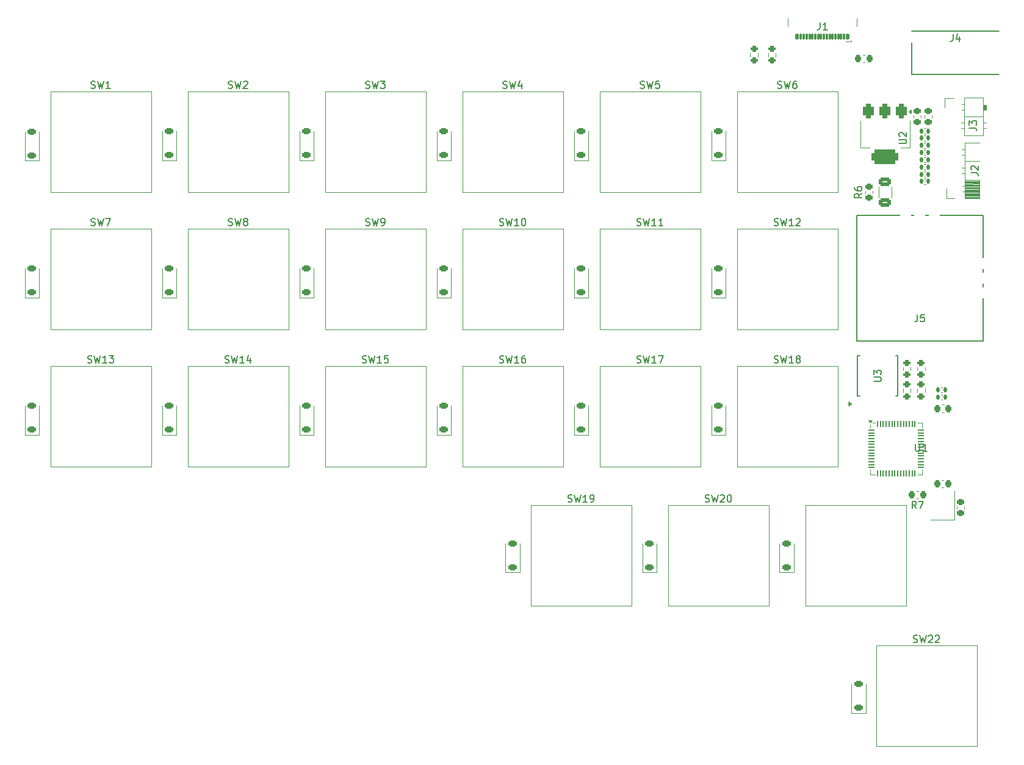
<source format=gto>
%TF.GenerationSoftware,KiCad,Pcbnew,9.0.0*%
%TF.CreationDate,2025-03-25T02:03:39+09:00*%
%TF.ProjectId,keyboard,6b657962-6f61-4726-942e-6b696361645f,rev?*%
%TF.SameCoordinates,Original*%
%TF.FileFunction,Legend,Top*%
%TF.FilePolarity,Positive*%
%FSLAX46Y46*%
G04 Gerber Fmt 4.6, Leading zero omitted, Abs format (unit mm)*
G04 Created by KiCad (PCBNEW 9.0.0) date 2025-03-25 02:03:39*
%MOMM*%
%LPD*%
G01*
G04 APERTURE LIST*
G04 Aperture macros list*
%AMRoundRect*
0 Rectangle with rounded corners*
0 $1 Rounding radius*
0 $2 $3 $4 $5 $6 $7 $8 $9 X,Y pos of 4 corners*
0 Add a 4 corners polygon primitive as box body*
4,1,4,$2,$3,$4,$5,$6,$7,$8,$9,$2,$3,0*
0 Add four circle primitives for the rounded corners*
1,1,$1+$1,$2,$3*
1,1,$1+$1,$4,$5*
1,1,$1+$1,$6,$7*
1,1,$1+$1,$8,$9*
0 Add four rect primitives between the rounded corners*
20,1,$1+$1,$2,$3,$4,$5,0*
20,1,$1+$1,$4,$5,$6,$7,0*
20,1,$1+$1,$6,$7,$8,$9,0*
20,1,$1+$1,$8,$9,$2,$3,0*%
G04 Aperture macros list end*
%ADD10C,0.150000*%
%ADD11C,0.120000*%
%ADD12C,0.152400*%
%ADD13C,2.010000*%
%ADD14O,1.500000X2.000000*%
%ADD15O,2.000000X1.500000*%
%ADD16R,1.200000X1.400000*%
%ADD17RoundRect,0.225000X0.225000X0.250000X-0.225000X0.250000X-0.225000X-0.250000X0.225000X-0.250000X0*%
%ADD18RoundRect,0.225000X0.250000X-0.225000X0.250000X0.225000X-0.250000X0.225000X-0.250000X-0.225000X0*%
%ADD19RoundRect,0.225000X-0.250000X0.225000X-0.250000X-0.225000X0.250000X-0.225000X0.250000X0.225000X0*%
%ADD20RoundRect,0.225000X0.375000X-0.225000X0.375000X0.225000X-0.375000X0.225000X-0.375000X-0.225000X0*%
%ADD21C,1.700000*%
%ADD22C,4.000000*%
%ADD23C,2.200000*%
%ADD24RoundRect,0.250000X0.625000X-0.312500X0.625000X0.312500X-0.625000X0.312500X-0.625000X-0.312500X0*%
%ADD25RoundRect,0.140000X-0.140000X-0.170000X0.140000X-0.170000X0.140000X0.170000X-0.140000X0.170000X0*%
%ADD26RoundRect,0.375000X-0.375000X0.625000X-0.375000X-0.625000X0.375000X-0.625000X0.375000X0.625000X0*%
%ADD27RoundRect,0.500000X-1.400000X0.500000X-1.400000X-0.500000X1.400000X-0.500000X1.400000X0.500000X0*%
%ADD28RoundRect,0.200000X0.275000X-0.200000X0.275000X0.200000X-0.275000X0.200000X-0.275000X-0.200000X0*%
%ADD29RoundRect,0.200000X-0.275000X0.200000X-0.275000X-0.200000X0.275000X-0.200000X0.275000X0.200000X0*%
%ADD30R,0.533400X1.524000*%
%ADD31RoundRect,0.070000X0.070000X0.345000X-0.070000X0.345000X-0.070000X-0.345000X0.070000X-0.345000X0*%
%ADD32RoundRect,0.112500X0.112500X0.302500X-0.112500X0.302500X-0.112500X-0.302500X0.112500X-0.302500X0*%
%ADD33C,0.850000*%
%ADD34O,0.550000X2.050000*%
%ADD35RoundRect,0.050000X-0.387500X-0.050000X0.387500X-0.050000X0.387500X0.050000X-0.387500X0.050000X0*%
%ADD36RoundRect,0.050000X-0.050000X-0.387500X0.050000X-0.387500X0.050000X0.387500X-0.050000X0.387500X0*%
%ADD37R,3.200000X3.200000*%
%ADD38R,1.700000X1.700000*%
%ADD39O,1.700000X1.700000*%
%ADD40C,1.200000*%
%ADD41O,2.300000X1.500000*%
%ADD42RoundRect,0.225000X-0.225000X-0.250000X0.225000X-0.250000X0.225000X0.250000X-0.225000X0.250000X0*%
G04 APERTURE END LIST*
D10*
X199333333Y-115384819D02*
X199000000Y-114908628D01*
X198761905Y-115384819D02*
X198761905Y-114384819D01*
X198761905Y-114384819D02*
X199142857Y-114384819D01*
X199142857Y-114384819D02*
X199238095Y-114432438D01*
X199238095Y-114432438D02*
X199285714Y-114480057D01*
X199285714Y-114480057D02*
X199333333Y-114575295D01*
X199333333Y-114575295D02*
X199333333Y-114718152D01*
X199333333Y-114718152D02*
X199285714Y-114813390D01*
X199285714Y-114813390D02*
X199238095Y-114861009D01*
X199238095Y-114861009D02*
X199142857Y-114908628D01*
X199142857Y-114908628D02*
X198761905Y-114908628D01*
X199666667Y-114384819D02*
X200333333Y-114384819D01*
X200333333Y-114384819D02*
X199904762Y-115384819D01*
X191774819Y-71666666D02*
X191298628Y-71999999D01*
X191774819Y-72238094D02*
X190774819Y-72238094D01*
X190774819Y-72238094D02*
X190774819Y-71857142D01*
X190774819Y-71857142D02*
X190822438Y-71761904D01*
X190822438Y-71761904D02*
X190870057Y-71714285D01*
X190870057Y-71714285D02*
X190965295Y-71666666D01*
X190965295Y-71666666D02*
X191108152Y-71666666D01*
X191108152Y-71666666D02*
X191203390Y-71714285D01*
X191203390Y-71714285D02*
X191251009Y-71761904D01*
X191251009Y-71761904D02*
X191298628Y-71857142D01*
X191298628Y-71857142D02*
X191298628Y-72238094D01*
X190774819Y-70809523D02*
X190774819Y-70999999D01*
X190774819Y-70999999D02*
X190822438Y-71095237D01*
X190822438Y-71095237D02*
X190870057Y-71142856D01*
X190870057Y-71142856D02*
X191012914Y-71238094D01*
X191012914Y-71238094D02*
X191203390Y-71285713D01*
X191203390Y-71285713D02*
X191584342Y-71285713D01*
X191584342Y-71285713D02*
X191679580Y-71238094D01*
X191679580Y-71238094D02*
X191727200Y-71190475D01*
X191727200Y-71190475D02*
X191774819Y-71095237D01*
X191774819Y-71095237D02*
X191774819Y-70904761D01*
X191774819Y-70904761D02*
X191727200Y-70809523D01*
X191727200Y-70809523D02*
X191679580Y-70761904D01*
X191679580Y-70761904D02*
X191584342Y-70714285D01*
X191584342Y-70714285D02*
X191346247Y-70714285D01*
X191346247Y-70714285D02*
X191251009Y-70761904D01*
X191251009Y-70761904D02*
X191203390Y-70809523D01*
X191203390Y-70809523D02*
X191155771Y-70904761D01*
X191155771Y-70904761D02*
X191155771Y-71095237D01*
X191155771Y-71095237D02*
X191203390Y-71190475D01*
X191203390Y-71190475D02*
X191251009Y-71238094D01*
X191251009Y-71238094D02*
X191346247Y-71285713D01*
X179621476Y-76087200D02*
X179764333Y-76134819D01*
X179764333Y-76134819D02*
X180002428Y-76134819D01*
X180002428Y-76134819D02*
X180097666Y-76087200D01*
X180097666Y-76087200D02*
X180145285Y-76039580D01*
X180145285Y-76039580D02*
X180192904Y-75944342D01*
X180192904Y-75944342D02*
X180192904Y-75849104D01*
X180192904Y-75849104D02*
X180145285Y-75753866D01*
X180145285Y-75753866D02*
X180097666Y-75706247D01*
X180097666Y-75706247D02*
X180002428Y-75658628D01*
X180002428Y-75658628D02*
X179811952Y-75611009D01*
X179811952Y-75611009D02*
X179716714Y-75563390D01*
X179716714Y-75563390D02*
X179669095Y-75515771D01*
X179669095Y-75515771D02*
X179621476Y-75420533D01*
X179621476Y-75420533D02*
X179621476Y-75325295D01*
X179621476Y-75325295D02*
X179669095Y-75230057D01*
X179669095Y-75230057D02*
X179716714Y-75182438D01*
X179716714Y-75182438D02*
X179811952Y-75134819D01*
X179811952Y-75134819D02*
X180050047Y-75134819D01*
X180050047Y-75134819D02*
X180192904Y-75182438D01*
X180526238Y-75134819D02*
X180764333Y-76134819D01*
X180764333Y-76134819D02*
X180954809Y-75420533D01*
X180954809Y-75420533D02*
X181145285Y-76134819D01*
X181145285Y-76134819D02*
X181383381Y-75134819D01*
X182288142Y-76134819D02*
X181716714Y-76134819D01*
X182002428Y-76134819D02*
X182002428Y-75134819D01*
X182002428Y-75134819D02*
X181907190Y-75277676D01*
X181907190Y-75277676D02*
X181811952Y-75372914D01*
X181811952Y-75372914D02*
X181716714Y-75420533D01*
X182669095Y-75230057D02*
X182716714Y-75182438D01*
X182716714Y-75182438D02*
X182811952Y-75134819D01*
X182811952Y-75134819D02*
X183050047Y-75134819D01*
X183050047Y-75134819D02*
X183145285Y-75182438D01*
X183145285Y-75182438D02*
X183192904Y-75230057D01*
X183192904Y-75230057D02*
X183240523Y-75325295D01*
X183240523Y-75325295D02*
X183240523Y-75420533D01*
X183240523Y-75420533D02*
X183192904Y-75563390D01*
X183192904Y-75563390D02*
X182621476Y-76134819D01*
X182621476Y-76134819D02*
X183240523Y-76134819D01*
X103421476Y-95137200D02*
X103564333Y-95184819D01*
X103564333Y-95184819D02*
X103802428Y-95184819D01*
X103802428Y-95184819D02*
X103897666Y-95137200D01*
X103897666Y-95137200D02*
X103945285Y-95089580D01*
X103945285Y-95089580D02*
X103992904Y-94994342D01*
X103992904Y-94994342D02*
X103992904Y-94899104D01*
X103992904Y-94899104D02*
X103945285Y-94803866D01*
X103945285Y-94803866D02*
X103897666Y-94756247D01*
X103897666Y-94756247D02*
X103802428Y-94708628D01*
X103802428Y-94708628D02*
X103611952Y-94661009D01*
X103611952Y-94661009D02*
X103516714Y-94613390D01*
X103516714Y-94613390D02*
X103469095Y-94565771D01*
X103469095Y-94565771D02*
X103421476Y-94470533D01*
X103421476Y-94470533D02*
X103421476Y-94375295D01*
X103421476Y-94375295D02*
X103469095Y-94280057D01*
X103469095Y-94280057D02*
X103516714Y-94232438D01*
X103516714Y-94232438D02*
X103611952Y-94184819D01*
X103611952Y-94184819D02*
X103850047Y-94184819D01*
X103850047Y-94184819D02*
X103992904Y-94232438D01*
X104326238Y-94184819D02*
X104564333Y-95184819D01*
X104564333Y-95184819D02*
X104754809Y-94470533D01*
X104754809Y-94470533D02*
X104945285Y-95184819D01*
X104945285Y-95184819D02*
X105183381Y-94184819D01*
X106088142Y-95184819D02*
X105516714Y-95184819D01*
X105802428Y-95184819D02*
X105802428Y-94184819D01*
X105802428Y-94184819D02*
X105707190Y-94327676D01*
X105707190Y-94327676D02*
X105611952Y-94422914D01*
X105611952Y-94422914D02*
X105516714Y-94470533D01*
X106945285Y-94518152D02*
X106945285Y-95184819D01*
X106707190Y-94137200D02*
X106469095Y-94851485D01*
X106469095Y-94851485D02*
X107088142Y-94851485D01*
X199487666Y-88478819D02*
X199487666Y-89193104D01*
X199487666Y-89193104D02*
X199440047Y-89335961D01*
X199440047Y-89335961D02*
X199344809Y-89431200D01*
X199344809Y-89431200D02*
X199201952Y-89478819D01*
X199201952Y-89478819D02*
X199106714Y-89478819D01*
X200440047Y-88478819D02*
X199963857Y-88478819D01*
X199963857Y-88478819D02*
X199916238Y-88955009D01*
X199916238Y-88955009D02*
X199963857Y-88907390D01*
X199963857Y-88907390D02*
X200059095Y-88859771D01*
X200059095Y-88859771D02*
X200297190Y-88859771D01*
X200297190Y-88859771D02*
X200392428Y-88907390D01*
X200392428Y-88907390D02*
X200440047Y-88955009D01*
X200440047Y-88955009D02*
X200487666Y-89050247D01*
X200487666Y-89050247D02*
X200487666Y-89288342D01*
X200487666Y-89288342D02*
X200440047Y-89383580D01*
X200440047Y-89383580D02*
X200392428Y-89431200D01*
X200392428Y-89431200D02*
X200297190Y-89478819D01*
X200297190Y-89478819D02*
X200059095Y-89478819D01*
X200059095Y-89478819D02*
X199963857Y-89431200D01*
X199963857Y-89431200D02*
X199916238Y-89383580D01*
X179621476Y-95137200D02*
X179764333Y-95184819D01*
X179764333Y-95184819D02*
X180002428Y-95184819D01*
X180002428Y-95184819D02*
X180097666Y-95137200D01*
X180097666Y-95137200D02*
X180145285Y-95089580D01*
X180145285Y-95089580D02*
X180192904Y-94994342D01*
X180192904Y-94994342D02*
X180192904Y-94899104D01*
X180192904Y-94899104D02*
X180145285Y-94803866D01*
X180145285Y-94803866D02*
X180097666Y-94756247D01*
X180097666Y-94756247D02*
X180002428Y-94708628D01*
X180002428Y-94708628D02*
X179811952Y-94661009D01*
X179811952Y-94661009D02*
X179716714Y-94613390D01*
X179716714Y-94613390D02*
X179669095Y-94565771D01*
X179669095Y-94565771D02*
X179621476Y-94470533D01*
X179621476Y-94470533D02*
X179621476Y-94375295D01*
X179621476Y-94375295D02*
X179669095Y-94280057D01*
X179669095Y-94280057D02*
X179716714Y-94232438D01*
X179716714Y-94232438D02*
X179811952Y-94184819D01*
X179811952Y-94184819D02*
X180050047Y-94184819D01*
X180050047Y-94184819D02*
X180192904Y-94232438D01*
X180526238Y-94184819D02*
X180764333Y-95184819D01*
X180764333Y-95184819D02*
X180954809Y-94470533D01*
X180954809Y-94470533D02*
X181145285Y-95184819D01*
X181145285Y-95184819D02*
X181383381Y-94184819D01*
X182288142Y-95184819D02*
X181716714Y-95184819D01*
X182002428Y-95184819D02*
X182002428Y-94184819D01*
X182002428Y-94184819D02*
X181907190Y-94327676D01*
X181907190Y-94327676D02*
X181811952Y-94422914D01*
X181811952Y-94422914D02*
X181716714Y-94470533D01*
X182859571Y-94613390D02*
X182764333Y-94565771D01*
X182764333Y-94565771D02*
X182716714Y-94518152D01*
X182716714Y-94518152D02*
X182669095Y-94422914D01*
X182669095Y-94422914D02*
X182669095Y-94375295D01*
X182669095Y-94375295D02*
X182716714Y-94280057D01*
X182716714Y-94280057D02*
X182764333Y-94232438D01*
X182764333Y-94232438D02*
X182859571Y-94184819D01*
X182859571Y-94184819D02*
X183050047Y-94184819D01*
X183050047Y-94184819D02*
X183145285Y-94232438D01*
X183145285Y-94232438D02*
X183192904Y-94280057D01*
X183192904Y-94280057D02*
X183240523Y-94375295D01*
X183240523Y-94375295D02*
X183240523Y-94422914D01*
X183240523Y-94422914D02*
X183192904Y-94518152D01*
X183192904Y-94518152D02*
X183145285Y-94565771D01*
X183145285Y-94565771D02*
X183050047Y-94613390D01*
X183050047Y-94613390D02*
X182859571Y-94613390D01*
X182859571Y-94613390D02*
X182764333Y-94661009D01*
X182764333Y-94661009D02*
X182716714Y-94708628D01*
X182716714Y-94708628D02*
X182669095Y-94803866D01*
X182669095Y-94803866D02*
X182669095Y-94994342D01*
X182669095Y-94994342D02*
X182716714Y-95089580D01*
X182716714Y-95089580D02*
X182764333Y-95137200D01*
X182764333Y-95137200D02*
X182859571Y-95184819D01*
X182859571Y-95184819D02*
X183050047Y-95184819D01*
X183050047Y-95184819D02*
X183145285Y-95137200D01*
X183145285Y-95137200D02*
X183192904Y-95089580D01*
X183192904Y-95089580D02*
X183240523Y-94994342D01*
X183240523Y-94994342D02*
X183240523Y-94803866D01*
X183240523Y-94803866D02*
X183192904Y-94708628D01*
X183192904Y-94708628D02*
X183145285Y-94661009D01*
X183145285Y-94661009D02*
X183050047Y-94613390D01*
X196954819Y-64761904D02*
X197764342Y-64761904D01*
X197764342Y-64761904D02*
X197859580Y-64714285D01*
X197859580Y-64714285D02*
X197907200Y-64666666D01*
X197907200Y-64666666D02*
X197954819Y-64571428D01*
X197954819Y-64571428D02*
X197954819Y-64380952D01*
X197954819Y-64380952D02*
X197907200Y-64285714D01*
X197907200Y-64285714D02*
X197859580Y-64238095D01*
X197859580Y-64238095D02*
X197764342Y-64190476D01*
X197764342Y-64190476D02*
X196954819Y-64190476D01*
X197050057Y-63761904D02*
X197002438Y-63714285D01*
X197002438Y-63714285D02*
X196954819Y-63619047D01*
X196954819Y-63619047D02*
X196954819Y-63380952D01*
X196954819Y-63380952D02*
X197002438Y-63285714D01*
X197002438Y-63285714D02*
X197050057Y-63238095D01*
X197050057Y-63238095D02*
X197145295Y-63190476D01*
X197145295Y-63190476D02*
X197240533Y-63190476D01*
X197240533Y-63190476D02*
X197383390Y-63238095D01*
X197383390Y-63238095D02*
X197954819Y-63809523D01*
X197954819Y-63809523D02*
X197954819Y-63190476D01*
X193454819Y-97761904D02*
X194264342Y-97761904D01*
X194264342Y-97761904D02*
X194359580Y-97714285D01*
X194359580Y-97714285D02*
X194407200Y-97666666D01*
X194407200Y-97666666D02*
X194454819Y-97571428D01*
X194454819Y-97571428D02*
X194454819Y-97380952D01*
X194454819Y-97380952D02*
X194407200Y-97285714D01*
X194407200Y-97285714D02*
X194359580Y-97238095D01*
X194359580Y-97238095D02*
X194264342Y-97190476D01*
X194264342Y-97190476D02*
X193454819Y-97190476D01*
X193454819Y-96809523D02*
X193454819Y-96190476D01*
X193454819Y-96190476D02*
X193835771Y-96523809D01*
X193835771Y-96523809D02*
X193835771Y-96380952D01*
X193835771Y-96380952D02*
X193883390Y-96285714D01*
X193883390Y-96285714D02*
X193931009Y-96238095D01*
X193931009Y-96238095D02*
X194026247Y-96190476D01*
X194026247Y-96190476D02*
X194264342Y-96190476D01*
X194264342Y-96190476D02*
X194359580Y-96238095D01*
X194359580Y-96238095D02*
X194407200Y-96285714D01*
X194407200Y-96285714D02*
X194454819Y-96380952D01*
X194454819Y-96380952D02*
X194454819Y-96666666D01*
X194454819Y-96666666D02*
X194407200Y-96761904D01*
X194407200Y-96761904D02*
X194359580Y-96809523D01*
X189873419Y-100898899D02*
X190111514Y-100898899D01*
X190016276Y-101136994D02*
X190111514Y-100898899D01*
X190111514Y-100898899D02*
X190016276Y-100660804D01*
X190301990Y-101041756D02*
X190111514Y-100898899D01*
X190111514Y-100898899D02*
X190301990Y-100756042D01*
X189873419Y-100898899D02*
X190111514Y-100898899D01*
X190016276Y-101136994D02*
X190111514Y-100898899D01*
X190111514Y-100898899D02*
X190016276Y-100660804D01*
X190301990Y-101041756D02*
X190111514Y-100898899D01*
X190111514Y-100898899D02*
X190301990Y-100756042D01*
X160571476Y-95137200D02*
X160714333Y-95184819D01*
X160714333Y-95184819D02*
X160952428Y-95184819D01*
X160952428Y-95184819D02*
X161047666Y-95137200D01*
X161047666Y-95137200D02*
X161095285Y-95089580D01*
X161095285Y-95089580D02*
X161142904Y-94994342D01*
X161142904Y-94994342D02*
X161142904Y-94899104D01*
X161142904Y-94899104D02*
X161095285Y-94803866D01*
X161095285Y-94803866D02*
X161047666Y-94756247D01*
X161047666Y-94756247D02*
X160952428Y-94708628D01*
X160952428Y-94708628D02*
X160761952Y-94661009D01*
X160761952Y-94661009D02*
X160666714Y-94613390D01*
X160666714Y-94613390D02*
X160619095Y-94565771D01*
X160619095Y-94565771D02*
X160571476Y-94470533D01*
X160571476Y-94470533D02*
X160571476Y-94375295D01*
X160571476Y-94375295D02*
X160619095Y-94280057D01*
X160619095Y-94280057D02*
X160666714Y-94232438D01*
X160666714Y-94232438D02*
X160761952Y-94184819D01*
X160761952Y-94184819D02*
X161000047Y-94184819D01*
X161000047Y-94184819D02*
X161142904Y-94232438D01*
X161476238Y-94184819D02*
X161714333Y-95184819D01*
X161714333Y-95184819D02*
X161904809Y-94470533D01*
X161904809Y-94470533D02*
X162095285Y-95184819D01*
X162095285Y-95184819D02*
X162333381Y-94184819D01*
X163238142Y-95184819D02*
X162666714Y-95184819D01*
X162952428Y-95184819D02*
X162952428Y-94184819D01*
X162952428Y-94184819D02*
X162857190Y-94327676D01*
X162857190Y-94327676D02*
X162761952Y-94422914D01*
X162761952Y-94422914D02*
X162666714Y-94470533D01*
X163571476Y-94184819D02*
X164238142Y-94184819D01*
X164238142Y-94184819D02*
X163809571Y-95184819D01*
X170061476Y-114457200D02*
X170204333Y-114504819D01*
X170204333Y-114504819D02*
X170442428Y-114504819D01*
X170442428Y-114504819D02*
X170537666Y-114457200D01*
X170537666Y-114457200D02*
X170585285Y-114409580D01*
X170585285Y-114409580D02*
X170632904Y-114314342D01*
X170632904Y-114314342D02*
X170632904Y-114219104D01*
X170632904Y-114219104D02*
X170585285Y-114123866D01*
X170585285Y-114123866D02*
X170537666Y-114076247D01*
X170537666Y-114076247D02*
X170442428Y-114028628D01*
X170442428Y-114028628D02*
X170251952Y-113981009D01*
X170251952Y-113981009D02*
X170156714Y-113933390D01*
X170156714Y-113933390D02*
X170109095Y-113885771D01*
X170109095Y-113885771D02*
X170061476Y-113790533D01*
X170061476Y-113790533D02*
X170061476Y-113695295D01*
X170061476Y-113695295D02*
X170109095Y-113600057D01*
X170109095Y-113600057D02*
X170156714Y-113552438D01*
X170156714Y-113552438D02*
X170251952Y-113504819D01*
X170251952Y-113504819D02*
X170490047Y-113504819D01*
X170490047Y-113504819D02*
X170632904Y-113552438D01*
X170966238Y-113504819D02*
X171204333Y-114504819D01*
X171204333Y-114504819D02*
X171394809Y-113790533D01*
X171394809Y-113790533D02*
X171585285Y-114504819D01*
X171585285Y-114504819D02*
X171823381Y-113504819D01*
X172156714Y-113600057D02*
X172204333Y-113552438D01*
X172204333Y-113552438D02*
X172299571Y-113504819D01*
X172299571Y-113504819D02*
X172537666Y-113504819D01*
X172537666Y-113504819D02*
X172632904Y-113552438D01*
X172632904Y-113552438D02*
X172680523Y-113600057D01*
X172680523Y-113600057D02*
X172728142Y-113695295D01*
X172728142Y-113695295D02*
X172728142Y-113790533D01*
X172728142Y-113790533D02*
X172680523Y-113933390D01*
X172680523Y-113933390D02*
X172109095Y-114504819D01*
X172109095Y-114504819D02*
X172728142Y-114504819D01*
X173347190Y-113504819D02*
X173442428Y-113504819D01*
X173442428Y-113504819D02*
X173537666Y-113552438D01*
X173537666Y-113552438D02*
X173585285Y-113600057D01*
X173585285Y-113600057D02*
X173632904Y-113695295D01*
X173632904Y-113695295D02*
X173680523Y-113885771D01*
X173680523Y-113885771D02*
X173680523Y-114123866D01*
X173680523Y-114123866D02*
X173632904Y-114314342D01*
X173632904Y-114314342D02*
X173585285Y-114409580D01*
X173585285Y-114409580D02*
X173537666Y-114457200D01*
X173537666Y-114457200D02*
X173442428Y-114504819D01*
X173442428Y-114504819D02*
X173347190Y-114504819D01*
X173347190Y-114504819D02*
X173251952Y-114457200D01*
X173251952Y-114457200D02*
X173204333Y-114409580D01*
X173204333Y-114409580D02*
X173156714Y-114314342D01*
X173156714Y-114314342D02*
X173109095Y-114123866D01*
X173109095Y-114123866D02*
X173109095Y-113885771D01*
X173109095Y-113885771D02*
X173156714Y-113695295D01*
X173156714Y-113695295D02*
X173204333Y-113600057D01*
X173204333Y-113600057D02*
X173251952Y-113552438D01*
X173251952Y-113552438D02*
X173347190Y-113504819D01*
X84847667Y-57037200D02*
X84990524Y-57084819D01*
X84990524Y-57084819D02*
X85228619Y-57084819D01*
X85228619Y-57084819D02*
X85323857Y-57037200D01*
X85323857Y-57037200D02*
X85371476Y-56989580D01*
X85371476Y-56989580D02*
X85419095Y-56894342D01*
X85419095Y-56894342D02*
X85419095Y-56799104D01*
X85419095Y-56799104D02*
X85371476Y-56703866D01*
X85371476Y-56703866D02*
X85323857Y-56656247D01*
X85323857Y-56656247D02*
X85228619Y-56608628D01*
X85228619Y-56608628D02*
X85038143Y-56561009D01*
X85038143Y-56561009D02*
X84942905Y-56513390D01*
X84942905Y-56513390D02*
X84895286Y-56465771D01*
X84895286Y-56465771D02*
X84847667Y-56370533D01*
X84847667Y-56370533D02*
X84847667Y-56275295D01*
X84847667Y-56275295D02*
X84895286Y-56180057D01*
X84895286Y-56180057D02*
X84942905Y-56132438D01*
X84942905Y-56132438D02*
X85038143Y-56084819D01*
X85038143Y-56084819D02*
X85276238Y-56084819D01*
X85276238Y-56084819D02*
X85419095Y-56132438D01*
X85752429Y-56084819D02*
X85990524Y-57084819D01*
X85990524Y-57084819D02*
X86181000Y-56370533D01*
X86181000Y-56370533D02*
X86371476Y-57084819D01*
X86371476Y-57084819D02*
X86609572Y-56084819D01*
X87514333Y-57084819D02*
X86942905Y-57084819D01*
X87228619Y-57084819D02*
X87228619Y-56084819D01*
X87228619Y-56084819D02*
X87133381Y-56227676D01*
X87133381Y-56227676D02*
X87038143Y-56322914D01*
X87038143Y-56322914D02*
X86942905Y-56370533D01*
X185987666Y-47954819D02*
X185987666Y-48669104D01*
X185987666Y-48669104D02*
X185940047Y-48811961D01*
X185940047Y-48811961D02*
X185844809Y-48907200D01*
X185844809Y-48907200D02*
X185701952Y-48954819D01*
X185701952Y-48954819D02*
X185606714Y-48954819D01*
X186987666Y-48954819D02*
X186416238Y-48954819D01*
X186701952Y-48954819D02*
X186701952Y-47954819D01*
X186701952Y-47954819D02*
X186606714Y-48097676D01*
X186606714Y-48097676D02*
X186511476Y-48192914D01*
X186511476Y-48192914D02*
X186416238Y-48240533D01*
X160571476Y-76087200D02*
X160714333Y-76134819D01*
X160714333Y-76134819D02*
X160952428Y-76134819D01*
X160952428Y-76134819D02*
X161047666Y-76087200D01*
X161047666Y-76087200D02*
X161095285Y-76039580D01*
X161095285Y-76039580D02*
X161142904Y-75944342D01*
X161142904Y-75944342D02*
X161142904Y-75849104D01*
X161142904Y-75849104D02*
X161095285Y-75753866D01*
X161095285Y-75753866D02*
X161047666Y-75706247D01*
X161047666Y-75706247D02*
X160952428Y-75658628D01*
X160952428Y-75658628D02*
X160761952Y-75611009D01*
X160761952Y-75611009D02*
X160666714Y-75563390D01*
X160666714Y-75563390D02*
X160619095Y-75515771D01*
X160619095Y-75515771D02*
X160571476Y-75420533D01*
X160571476Y-75420533D02*
X160571476Y-75325295D01*
X160571476Y-75325295D02*
X160619095Y-75230057D01*
X160619095Y-75230057D02*
X160666714Y-75182438D01*
X160666714Y-75182438D02*
X160761952Y-75134819D01*
X160761952Y-75134819D02*
X161000047Y-75134819D01*
X161000047Y-75134819D02*
X161142904Y-75182438D01*
X161476238Y-75134819D02*
X161714333Y-76134819D01*
X161714333Y-76134819D02*
X161904809Y-75420533D01*
X161904809Y-75420533D02*
X162095285Y-76134819D01*
X162095285Y-76134819D02*
X162333381Y-75134819D01*
X163238142Y-76134819D02*
X162666714Y-76134819D01*
X162952428Y-76134819D02*
X162952428Y-75134819D01*
X162952428Y-75134819D02*
X162857190Y-75277676D01*
X162857190Y-75277676D02*
X162761952Y-75372914D01*
X162761952Y-75372914D02*
X162666714Y-75420533D01*
X164190523Y-76134819D02*
X163619095Y-76134819D01*
X163904809Y-76134819D02*
X163904809Y-75134819D01*
X163904809Y-75134819D02*
X163809571Y-75277676D01*
X163809571Y-75277676D02*
X163714333Y-75372914D01*
X163714333Y-75372914D02*
X163619095Y-75420533D01*
X122947667Y-76087200D02*
X123090524Y-76134819D01*
X123090524Y-76134819D02*
X123328619Y-76134819D01*
X123328619Y-76134819D02*
X123423857Y-76087200D01*
X123423857Y-76087200D02*
X123471476Y-76039580D01*
X123471476Y-76039580D02*
X123519095Y-75944342D01*
X123519095Y-75944342D02*
X123519095Y-75849104D01*
X123519095Y-75849104D02*
X123471476Y-75753866D01*
X123471476Y-75753866D02*
X123423857Y-75706247D01*
X123423857Y-75706247D02*
X123328619Y-75658628D01*
X123328619Y-75658628D02*
X123138143Y-75611009D01*
X123138143Y-75611009D02*
X123042905Y-75563390D01*
X123042905Y-75563390D02*
X122995286Y-75515771D01*
X122995286Y-75515771D02*
X122947667Y-75420533D01*
X122947667Y-75420533D02*
X122947667Y-75325295D01*
X122947667Y-75325295D02*
X122995286Y-75230057D01*
X122995286Y-75230057D02*
X123042905Y-75182438D01*
X123042905Y-75182438D02*
X123138143Y-75134819D01*
X123138143Y-75134819D02*
X123376238Y-75134819D01*
X123376238Y-75134819D02*
X123519095Y-75182438D01*
X123852429Y-75134819D02*
X124090524Y-76134819D01*
X124090524Y-76134819D02*
X124281000Y-75420533D01*
X124281000Y-75420533D02*
X124471476Y-76134819D01*
X124471476Y-76134819D02*
X124709572Y-75134819D01*
X125138143Y-76134819D02*
X125328619Y-76134819D01*
X125328619Y-76134819D02*
X125423857Y-76087200D01*
X125423857Y-76087200D02*
X125471476Y-76039580D01*
X125471476Y-76039580D02*
X125566714Y-75896723D01*
X125566714Y-75896723D02*
X125614333Y-75706247D01*
X125614333Y-75706247D02*
X125614333Y-75325295D01*
X125614333Y-75325295D02*
X125566714Y-75230057D01*
X125566714Y-75230057D02*
X125519095Y-75182438D01*
X125519095Y-75182438D02*
X125423857Y-75134819D01*
X125423857Y-75134819D02*
X125233381Y-75134819D01*
X125233381Y-75134819D02*
X125138143Y-75182438D01*
X125138143Y-75182438D02*
X125090524Y-75230057D01*
X125090524Y-75230057D02*
X125042905Y-75325295D01*
X125042905Y-75325295D02*
X125042905Y-75563390D01*
X125042905Y-75563390D02*
X125090524Y-75658628D01*
X125090524Y-75658628D02*
X125138143Y-75706247D01*
X125138143Y-75706247D02*
X125233381Y-75753866D01*
X125233381Y-75753866D02*
X125423857Y-75753866D01*
X125423857Y-75753866D02*
X125519095Y-75706247D01*
X125519095Y-75706247D02*
X125566714Y-75658628D01*
X125566714Y-75658628D02*
X125614333Y-75563390D01*
X141521476Y-76087200D02*
X141664333Y-76134819D01*
X141664333Y-76134819D02*
X141902428Y-76134819D01*
X141902428Y-76134819D02*
X141997666Y-76087200D01*
X141997666Y-76087200D02*
X142045285Y-76039580D01*
X142045285Y-76039580D02*
X142092904Y-75944342D01*
X142092904Y-75944342D02*
X142092904Y-75849104D01*
X142092904Y-75849104D02*
X142045285Y-75753866D01*
X142045285Y-75753866D02*
X141997666Y-75706247D01*
X141997666Y-75706247D02*
X141902428Y-75658628D01*
X141902428Y-75658628D02*
X141711952Y-75611009D01*
X141711952Y-75611009D02*
X141616714Y-75563390D01*
X141616714Y-75563390D02*
X141569095Y-75515771D01*
X141569095Y-75515771D02*
X141521476Y-75420533D01*
X141521476Y-75420533D02*
X141521476Y-75325295D01*
X141521476Y-75325295D02*
X141569095Y-75230057D01*
X141569095Y-75230057D02*
X141616714Y-75182438D01*
X141616714Y-75182438D02*
X141711952Y-75134819D01*
X141711952Y-75134819D02*
X141950047Y-75134819D01*
X141950047Y-75134819D02*
X142092904Y-75182438D01*
X142426238Y-75134819D02*
X142664333Y-76134819D01*
X142664333Y-76134819D02*
X142854809Y-75420533D01*
X142854809Y-75420533D02*
X143045285Y-76134819D01*
X143045285Y-76134819D02*
X143283381Y-75134819D01*
X144188142Y-76134819D02*
X143616714Y-76134819D01*
X143902428Y-76134819D02*
X143902428Y-75134819D01*
X143902428Y-75134819D02*
X143807190Y-75277676D01*
X143807190Y-75277676D02*
X143711952Y-75372914D01*
X143711952Y-75372914D02*
X143616714Y-75420533D01*
X144807190Y-75134819D02*
X144902428Y-75134819D01*
X144902428Y-75134819D02*
X144997666Y-75182438D01*
X144997666Y-75182438D02*
X145045285Y-75230057D01*
X145045285Y-75230057D02*
X145092904Y-75325295D01*
X145092904Y-75325295D02*
X145140523Y-75515771D01*
X145140523Y-75515771D02*
X145140523Y-75753866D01*
X145140523Y-75753866D02*
X145092904Y-75944342D01*
X145092904Y-75944342D02*
X145045285Y-76039580D01*
X145045285Y-76039580D02*
X144997666Y-76087200D01*
X144997666Y-76087200D02*
X144902428Y-76134819D01*
X144902428Y-76134819D02*
X144807190Y-76134819D01*
X144807190Y-76134819D02*
X144711952Y-76087200D01*
X144711952Y-76087200D02*
X144664333Y-76039580D01*
X144664333Y-76039580D02*
X144616714Y-75944342D01*
X144616714Y-75944342D02*
X144569095Y-75753866D01*
X144569095Y-75753866D02*
X144569095Y-75515771D01*
X144569095Y-75515771D02*
X144616714Y-75325295D01*
X144616714Y-75325295D02*
X144664333Y-75230057D01*
X144664333Y-75230057D02*
X144711952Y-75182438D01*
X144711952Y-75182438D02*
X144807190Y-75134819D01*
X122471476Y-95137200D02*
X122614333Y-95184819D01*
X122614333Y-95184819D02*
X122852428Y-95184819D01*
X122852428Y-95184819D02*
X122947666Y-95137200D01*
X122947666Y-95137200D02*
X122995285Y-95089580D01*
X122995285Y-95089580D02*
X123042904Y-94994342D01*
X123042904Y-94994342D02*
X123042904Y-94899104D01*
X123042904Y-94899104D02*
X122995285Y-94803866D01*
X122995285Y-94803866D02*
X122947666Y-94756247D01*
X122947666Y-94756247D02*
X122852428Y-94708628D01*
X122852428Y-94708628D02*
X122661952Y-94661009D01*
X122661952Y-94661009D02*
X122566714Y-94613390D01*
X122566714Y-94613390D02*
X122519095Y-94565771D01*
X122519095Y-94565771D02*
X122471476Y-94470533D01*
X122471476Y-94470533D02*
X122471476Y-94375295D01*
X122471476Y-94375295D02*
X122519095Y-94280057D01*
X122519095Y-94280057D02*
X122566714Y-94232438D01*
X122566714Y-94232438D02*
X122661952Y-94184819D01*
X122661952Y-94184819D02*
X122900047Y-94184819D01*
X122900047Y-94184819D02*
X123042904Y-94232438D01*
X123376238Y-94184819D02*
X123614333Y-95184819D01*
X123614333Y-95184819D02*
X123804809Y-94470533D01*
X123804809Y-94470533D02*
X123995285Y-95184819D01*
X123995285Y-95184819D02*
X124233381Y-94184819D01*
X125138142Y-95184819D02*
X124566714Y-95184819D01*
X124852428Y-95184819D02*
X124852428Y-94184819D01*
X124852428Y-94184819D02*
X124757190Y-94327676D01*
X124757190Y-94327676D02*
X124661952Y-94422914D01*
X124661952Y-94422914D02*
X124566714Y-94470533D01*
X126042904Y-94184819D02*
X125566714Y-94184819D01*
X125566714Y-94184819D02*
X125519095Y-94661009D01*
X125519095Y-94661009D02*
X125566714Y-94613390D01*
X125566714Y-94613390D02*
X125661952Y-94565771D01*
X125661952Y-94565771D02*
X125900047Y-94565771D01*
X125900047Y-94565771D02*
X125995285Y-94613390D01*
X125995285Y-94613390D02*
X126042904Y-94661009D01*
X126042904Y-94661009D02*
X126090523Y-94756247D01*
X126090523Y-94756247D02*
X126090523Y-94994342D01*
X126090523Y-94994342D02*
X126042904Y-95089580D01*
X126042904Y-95089580D02*
X125995285Y-95137200D01*
X125995285Y-95137200D02*
X125900047Y-95184819D01*
X125900047Y-95184819D02*
X125661952Y-95184819D01*
X125661952Y-95184819D02*
X125566714Y-95137200D01*
X125566714Y-95137200D02*
X125519095Y-95089580D01*
X161047667Y-57037200D02*
X161190524Y-57084819D01*
X161190524Y-57084819D02*
X161428619Y-57084819D01*
X161428619Y-57084819D02*
X161523857Y-57037200D01*
X161523857Y-57037200D02*
X161571476Y-56989580D01*
X161571476Y-56989580D02*
X161619095Y-56894342D01*
X161619095Y-56894342D02*
X161619095Y-56799104D01*
X161619095Y-56799104D02*
X161571476Y-56703866D01*
X161571476Y-56703866D02*
X161523857Y-56656247D01*
X161523857Y-56656247D02*
X161428619Y-56608628D01*
X161428619Y-56608628D02*
X161238143Y-56561009D01*
X161238143Y-56561009D02*
X161142905Y-56513390D01*
X161142905Y-56513390D02*
X161095286Y-56465771D01*
X161095286Y-56465771D02*
X161047667Y-56370533D01*
X161047667Y-56370533D02*
X161047667Y-56275295D01*
X161047667Y-56275295D02*
X161095286Y-56180057D01*
X161095286Y-56180057D02*
X161142905Y-56132438D01*
X161142905Y-56132438D02*
X161238143Y-56084819D01*
X161238143Y-56084819D02*
X161476238Y-56084819D01*
X161476238Y-56084819D02*
X161619095Y-56132438D01*
X161952429Y-56084819D02*
X162190524Y-57084819D01*
X162190524Y-57084819D02*
X162381000Y-56370533D01*
X162381000Y-56370533D02*
X162571476Y-57084819D01*
X162571476Y-57084819D02*
X162809572Y-56084819D01*
X163666714Y-56084819D02*
X163190524Y-56084819D01*
X163190524Y-56084819D02*
X163142905Y-56561009D01*
X163142905Y-56561009D02*
X163190524Y-56513390D01*
X163190524Y-56513390D02*
X163285762Y-56465771D01*
X163285762Y-56465771D02*
X163523857Y-56465771D01*
X163523857Y-56465771D02*
X163619095Y-56513390D01*
X163619095Y-56513390D02*
X163666714Y-56561009D01*
X163666714Y-56561009D02*
X163714333Y-56656247D01*
X163714333Y-56656247D02*
X163714333Y-56894342D01*
X163714333Y-56894342D02*
X163666714Y-56989580D01*
X163666714Y-56989580D02*
X163619095Y-57037200D01*
X163619095Y-57037200D02*
X163523857Y-57084819D01*
X163523857Y-57084819D02*
X163285762Y-57084819D01*
X163285762Y-57084819D02*
X163190524Y-57037200D01*
X163190524Y-57037200D02*
X163142905Y-56989580D01*
X199238095Y-106454819D02*
X199238095Y-107264342D01*
X199238095Y-107264342D02*
X199285714Y-107359580D01*
X199285714Y-107359580D02*
X199333333Y-107407200D01*
X199333333Y-107407200D02*
X199428571Y-107454819D01*
X199428571Y-107454819D02*
X199619047Y-107454819D01*
X199619047Y-107454819D02*
X199714285Y-107407200D01*
X199714285Y-107407200D02*
X199761904Y-107359580D01*
X199761904Y-107359580D02*
X199809523Y-107264342D01*
X199809523Y-107264342D02*
X199809523Y-106454819D01*
X200809523Y-107454819D02*
X200238095Y-107454819D01*
X200523809Y-107454819D02*
X200523809Y-106454819D01*
X200523809Y-106454819D02*
X200428571Y-106597676D01*
X200428571Y-106597676D02*
X200333333Y-106692914D01*
X200333333Y-106692914D02*
X200238095Y-106740533D01*
X206690057Y-62573333D02*
X207404342Y-62573333D01*
X207404342Y-62573333D02*
X207547199Y-62620952D01*
X207547199Y-62620952D02*
X207642438Y-62716190D01*
X207642438Y-62716190D02*
X207690057Y-62859047D01*
X207690057Y-62859047D02*
X207690057Y-62954285D01*
X206690057Y-62192380D02*
X206690057Y-61573333D01*
X206690057Y-61573333D02*
X207071009Y-61906666D01*
X207071009Y-61906666D02*
X207071009Y-61763809D01*
X207071009Y-61763809D02*
X207118628Y-61668571D01*
X207118628Y-61668571D02*
X207166247Y-61620952D01*
X207166247Y-61620952D02*
X207261485Y-61573333D01*
X207261485Y-61573333D02*
X207499580Y-61573333D01*
X207499580Y-61573333D02*
X207594818Y-61620952D01*
X207594818Y-61620952D02*
X207642438Y-61668571D01*
X207642438Y-61668571D02*
X207690057Y-61763809D01*
X207690057Y-61763809D02*
X207690057Y-62049523D01*
X207690057Y-62049523D02*
X207642438Y-62144761D01*
X207642438Y-62144761D02*
X207594818Y-62192380D01*
X84371476Y-95137200D02*
X84514333Y-95184819D01*
X84514333Y-95184819D02*
X84752428Y-95184819D01*
X84752428Y-95184819D02*
X84847666Y-95137200D01*
X84847666Y-95137200D02*
X84895285Y-95089580D01*
X84895285Y-95089580D02*
X84942904Y-94994342D01*
X84942904Y-94994342D02*
X84942904Y-94899104D01*
X84942904Y-94899104D02*
X84895285Y-94803866D01*
X84895285Y-94803866D02*
X84847666Y-94756247D01*
X84847666Y-94756247D02*
X84752428Y-94708628D01*
X84752428Y-94708628D02*
X84561952Y-94661009D01*
X84561952Y-94661009D02*
X84466714Y-94613390D01*
X84466714Y-94613390D02*
X84419095Y-94565771D01*
X84419095Y-94565771D02*
X84371476Y-94470533D01*
X84371476Y-94470533D02*
X84371476Y-94375295D01*
X84371476Y-94375295D02*
X84419095Y-94280057D01*
X84419095Y-94280057D02*
X84466714Y-94232438D01*
X84466714Y-94232438D02*
X84561952Y-94184819D01*
X84561952Y-94184819D02*
X84800047Y-94184819D01*
X84800047Y-94184819D02*
X84942904Y-94232438D01*
X85276238Y-94184819D02*
X85514333Y-95184819D01*
X85514333Y-95184819D02*
X85704809Y-94470533D01*
X85704809Y-94470533D02*
X85895285Y-95184819D01*
X85895285Y-95184819D02*
X86133381Y-94184819D01*
X87038142Y-95184819D02*
X86466714Y-95184819D01*
X86752428Y-95184819D02*
X86752428Y-94184819D01*
X86752428Y-94184819D02*
X86657190Y-94327676D01*
X86657190Y-94327676D02*
X86561952Y-94422914D01*
X86561952Y-94422914D02*
X86466714Y-94470533D01*
X87371476Y-94184819D02*
X87990523Y-94184819D01*
X87990523Y-94184819D02*
X87657190Y-94565771D01*
X87657190Y-94565771D02*
X87800047Y-94565771D01*
X87800047Y-94565771D02*
X87895285Y-94613390D01*
X87895285Y-94613390D02*
X87942904Y-94661009D01*
X87942904Y-94661009D02*
X87990523Y-94756247D01*
X87990523Y-94756247D02*
X87990523Y-94994342D01*
X87990523Y-94994342D02*
X87942904Y-95089580D01*
X87942904Y-95089580D02*
X87895285Y-95137200D01*
X87895285Y-95137200D02*
X87800047Y-95184819D01*
X87800047Y-95184819D02*
X87514333Y-95184819D01*
X87514333Y-95184819D02*
X87419095Y-95137200D01*
X87419095Y-95137200D02*
X87371476Y-95089580D01*
X103897667Y-57037200D02*
X104040524Y-57084819D01*
X104040524Y-57084819D02*
X104278619Y-57084819D01*
X104278619Y-57084819D02*
X104373857Y-57037200D01*
X104373857Y-57037200D02*
X104421476Y-56989580D01*
X104421476Y-56989580D02*
X104469095Y-56894342D01*
X104469095Y-56894342D02*
X104469095Y-56799104D01*
X104469095Y-56799104D02*
X104421476Y-56703866D01*
X104421476Y-56703866D02*
X104373857Y-56656247D01*
X104373857Y-56656247D02*
X104278619Y-56608628D01*
X104278619Y-56608628D02*
X104088143Y-56561009D01*
X104088143Y-56561009D02*
X103992905Y-56513390D01*
X103992905Y-56513390D02*
X103945286Y-56465771D01*
X103945286Y-56465771D02*
X103897667Y-56370533D01*
X103897667Y-56370533D02*
X103897667Y-56275295D01*
X103897667Y-56275295D02*
X103945286Y-56180057D01*
X103945286Y-56180057D02*
X103992905Y-56132438D01*
X103992905Y-56132438D02*
X104088143Y-56084819D01*
X104088143Y-56084819D02*
X104326238Y-56084819D01*
X104326238Y-56084819D02*
X104469095Y-56132438D01*
X104802429Y-56084819D02*
X105040524Y-57084819D01*
X105040524Y-57084819D02*
X105231000Y-56370533D01*
X105231000Y-56370533D02*
X105421476Y-57084819D01*
X105421476Y-57084819D02*
X105659572Y-56084819D01*
X105992905Y-56180057D02*
X106040524Y-56132438D01*
X106040524Y-56132438D02*
X106135762Y-56084819D01*
X106135762Y-56084819D02*
X106373857Y-56084819D01*
X106373857Y-56084819D02*
X106469095Y-56132438D01*
X106469095Y-56132438D02*
X106516714Y-56180057D01*
X106516714Y-56180057D02*
X106564333Y-56275295D01*
X106564333Y-56275295D02*
X106564333Y-56370533D01*
X106564333Y-56370533D02*
X106516714Y-56513390D01*
X106516714Y-56513390D02*
X105945286Y-57084819D01*
X105945286Y-57084819D02*
X106564333Y-57084819D01*
X204416666Y-49546619D02*
X204416666Y-50260904D01*
X204416666Y-50260904D02*
X204369047Y-50403761D01*
X204369047Y-50403761D02*
X204273809Y-50499000D01*
X204273809Y-50499000D02*
X204130952Y-50546619D01*
X204130952Y-50546619D02*
X204035714Y-50546619D01*
X205321428Y-49879952D02*
X205321428Y-50546619D01*
X205083333Y-49499000D02*
X204845238Y-50213285D01*
X204845238Y-50213285D02*
X205464285Y-50213285D01*
X122947667Y-57037200D02*
X123090524Y-57084819D01*
X123090524Y-57084819D02*
X123328619Y-57084819D01*
X123328619Y-57084819D02*
X123423857Y-57037200D01*
X123423857Y-57037200D02*
X123471476Y-56989580D01*
X123471476Y-56989580D02*
X123519095Y-56894342D01*
X123519095Y-56894342D02*
X123519095Y-56799104D01*
X123519095Y-56799104D02*
X123471476Y-56703866D01*
X123471476Y-56703866D02*
X123423857Y-56656247D01*
X123423857Y-56656247D02*
X123328619Y-56608628D01*
X123328619Y-56608628D02*
X123138143Y-56561009D01*
X123138143Y-56561009D02*
X123042905Y-56513390D01*
X123042905Y-56513390D02*
X122995286Y-56465771D01*
X122995286Y-56465771D02*
X122947667Y-56370533D01*
X122947667Y-56370533D02*
X122947667Y-56275295D01*
X122947667Y-56275295D02*
X122995286Y-56180057D01*
X122995286Y-56180057D02*
X123042905Y-56132438D01*
X123042905Y-56132438D02*
X123138143Y-56084819D01*
X123138143Y-56084819D02*
X123376238Y-56084819D01*
X123376238Y-56084819D02*
X123519095Y-56132438D01*
X123852429Y-56084819D02*
X124090524Y-57084819D01*
X124090524Y-57084819D02*
X124281000Y-56370533D01*
X124281000Y-56370533D02*
X124471476Y-57084819D01*
X124471476Y-57084819D02*
X124709572Y-56084819D01*
X124995286Y-56084819D02*
X125614333Y-56084819D01*
X125614333Y-56084819D02*
X125281000Y-56465771D01*
X125281000Y-56465771D02*
X125423857Y-56465771D01*
X125423857Y-56465771D02*
X125519095Y-56513390D01*
X125519095Y-56513390D02*
X125566714Y-56561009D01*
X125566714Y-56561009D02*
X125614333Y-56656247D01*
X125614333Y-56656247D02*
X125614333Y-56894342D01*
X125614333Y-56894342D02*
X125566714Y-56989580D01*
X125566714Y-56989580D02*
X125519095Y-57037200D01*
X125519095Y-57037200D02*
X125423857Y-57084819D01*
X125423857Y-57084819D02*
X125138143Y-57084819D01*
X125138143Y-57084819D02*
X125042905Y-57037200D01*
X125042905Y-57037200D02*
X124995286Y-56989580D01*
X141997667Y-57037200D02*
X142140524Y-57084819D01*
X142140524Y-57084819D02*
X142378619Y-57084819D01*
X142378619Y-57084819D02*
X142473857Y-57037200D01*
X142473857Y-57037200D02*
X142521476Y-56989580D01*
X142521476Y-56989580D02*
X142569095Y-56894342D01*
X142569095Y-56894342D02*
X142569095Y-56799104D01*
X142569095Y-56799104D02*
X142521476Y-56703866D01*
X142521476Y-56703866D02*
X142473857Y-56656247D01*
X142473857Y-56656247D02*
X142378619Y-56608628D01*
X142378619Y-56608628D02*
X142188143Y-56561009D01*
X142188143Y-56561009D02*
X142092905Y-56513390D01*
X142092905Y-56513390D02*
X142045286Y-56465771D01*
X142045286Y-56465771D02*
X141997667Y-56370533D01*
X141997667Y-56370533D02*
X141997667Y-56275295D01*
X141997667Y-56275295D02*
X142045286Y-56180057D01*
X142045286Y-56180057D02*
X142092905Y-56132438D01*
X142092905Y-56132438D02*
X142188143Y-56084819D01*
X142188143Y-56084819D02*
X142426238Y-56084819D01*
X142426238Y-56084819D02*
X142569095Y-56132438D01*
X142902429Y-56084819D02*
X143140524Y-57084819D01*
X143140524Y-57084819D02*
X143331000Y-56370533D01*
X143331000Y-56370533D02*
X143521476Y-57084819D01*
X143521476Y-57084819D02*
X143759572Y-56084819D01*
X144569095Y-56418152D02*
X144569095Y-57084819D01*
X144331000Y-56037200D02*
X144092905Y-56751485D01*
X144092905Y-56751485D02*
X144711952Y-56751485D01*
X180097667Y-57037200D02*
X180240524Y-57084819D01*
X180240524Y-57084819D02*
X180478619Y-57084819D01*
X180478619Y-57084819D02*
X180573857Y-57037200D01*
X180573857Y-57037200D02*
X180621476Y-56989580D01*
X180621476Y-56989580D02*
X180669095Y-56894342D01*
X180669095Y-56894342D02*
X180669095Y-56799104D01*
X180669095Y-56799104D02*
X180621476Y-56703866D01*
X180621476Y-56703866D02*
X180573857Y-56656247D01*
X180573857Y-56656247D02*
X180478619Y-56608628D01*
X180478619Y-56608628D02*
X180288143Y-56561009D01*
X180288143Y-56561009D02*
X180192905Y-56513390D01*
X180192905Y-56513390D02*
X180145286Y-56465771D01*
X180145286Y-56465771D02*
X180097667Y-56370533D01*
X180097667Y-56370533D02*
X180097667Y-56275295D01*
X180097667Y-56275295D02*
X180145286Y-56180057D01*
X180145286Y-56180057D02*
X180192905Y-56132438D01*
X180192905Y-56132438D02*
X180288143Y-56084819D01*
X180288143Y-56084819D02*
X180526238Y-56084819D01*
X180526238Y-56084819D02*
X180669095Y-56132438D01*
X181002429Y-56084819D02*
X181240524Y-57084819D01*
X181240524Y-57084819D02*
X181431000Y-56370533D01*
X181431000Y-56370533D02*
X181621476Y-57084819D01*
X181621476Y-57084819D02*
X181859572Y-56084819D01*
X182669095Y-56084819D02*
X182478619Y-56084819D01*
X182478619Y-56084819D02*
X182383381Y-56132438D01*
X182383381Y-56132438D02*
X182335762Y-56180057D01*
X182335762Y-56180057D02*
X182240524Y-56322914D01*
X182240524Y-56322914D02*
X182192905Y-56513390D01*
X182192905Y-56513390D02*
X182192905Y-56894342D01*
X182192905Y-56894342D02*
X182240524Y-56989580D01*
X182240524Y-56989580D02*
X182288143Y-57037200D01*
X182288143Y-57037200D02*
X182383381Y-57084819D01*
X182383381Y-57084819D02*
X182573857Y-57084819D01*
X182573857Y-57084819D02*
X182669095Y-57037200D01*
X182669095Y-57037200D02*
X182716714Y-56989580D01*
X182716714Y-56989580D02*
X182764333Y-56894342D01*
X182764333Y-56894342D02*
X182764333Y-56656247D01*
X182764333Y-56656247D02*
X182716714Y-56561009D01*
X182716714Y-56561009D02*
X182669095Y-56513390D01*
X182669095Y-56513390D02*
X182573857Y-56465771D01*
X182573857Y-56465771D02*
X182383381Y-56465771D01*
X182383381Y-56465771D02*
X182288143Y-56513390D01*
X182288143Y-56513390D02*
X182240524Y-56561009D01*
X182240524Y-56561009D02*
X182192905Y-56656247D01*
X103897667Y-76087200D02*
X104040524Y-76134819D01*
X104040524Y-76134819D02*
X104278619Y-76134819D01*
X104278619Y-76134819D02*
X104373857Y-76087200D01*
X104373857Y-76087200D02*
X104421476Y-76039580D01*
X104421476Y-76039580D02*
X104469095Y-75944342D01*
X104469095Y-75944342D02*
X104469095Y-75849104D01*
X104469095Y-75849104D02*
X104421476Y-75753866D01*
X104421476Y-75753866D02*
X104373857Y-75706247D01*
X104373857Y-75706247D02*
X104278619Y-75658628D01*
X104278619Y-75658628D02*
X104088143Y-75611009D01*
X104088143Y-75611009D02*
X103992905Y-75563390D01*
X103992905Y-75563390D02*
X103945286Y-75515771D01*
X103945286Y-75515771D02*
X103897667Y-75420533D01*
X103897667Y-75420533D02*
X103897667Y-75325295D01*
X103897667Y-75325295D02*
X103945286Y-75230057D01*
X103945286Y-75230057D02*
X103992905Y-75182438D01*
X103992905Y-75182438D02*
X104088143Y-75134819D01*
X104088143Y-75134819D02*
X104326238Y-75134819D01*
X104326238Y-75134819D02*
X104469095Y-75182438D01*
X104802429Y-75134819D02*
X105040524Y-76134819D01*
X105040524Y-76134819D02*
X105231000Y-75420533D01*
X105231000Y-75420533D02*
X105421476Y-76134819D01*
X105421476Y-76134819D02*
X105659572Y-75134819D01*
X106183381Y-75563390D02*
X106088143Y-75515771D01*
X106088143Y-75515771D02*
X106040524Y-75468152D01*
X106040524Y-75468152D02*
X105992905Y-75372914D01*
X105992905Y-75372914D02*
X105992905Y-75325295D01*
X105992905Y-75325295D02*
X106040524Y-75230057D01*
X106040524Y-75230057D02*
X106088143Y-75182438D01*
X106088143Y-75182438D02*
X106183381Y-75134819D01*
X106183381Y-75134819D02*
X106373857Y-75134819D01*
X106373857Y-75134819D02*
X106469095Y-75182438D01*
X106469095Y-75182438D02*
X106516714Y-75230057D01*
X106516714Y-75230057D02*
X106564333Y-75325295D01*
X106564333Y-75325295D02*
X106564333Y-75372914D01*
X106564333Y-75372914D02*
X106516714Y-75468152D01*
X106516714Y-75468152D02*
X106469095Y-75515771D01*
X106469095Y-75515771D02*
X106373857Y-75563390D01*
X106373857Y-75563390D02*
X106183381Y-75563390D01*
X106183381Y-75563390D02*
X106088143Y-75611009D01*
X106088143Y-75611009D02*
X106040524Y-75658628D01*
X106040524Y-75658628D02*
X105992905Y-75753866D01*
X105992905Y-75753866D02*
X105992905Y-75944342D01*
X105992905Y-75944342D02*
X106040524Y-76039580D01*
X106040524Y-76039580D02*
X106088143Y-76087200D01*
X106088143Y-76087200D02*
X106183381Y-76134819D01*
X106183381Y-76134819D02*
X106373857Y-76134819D01*
X106373857Y-76134819D02*
X106469095Y-76087200D01*
X106469095Y-76087200D02*
X106516714Y-76039580D01*
X106516714Y-76039580D02*
X106564333Y-75944342D01*
X106564333Y-75944342D02*
X106564333Y-75753866D01*
X106564333Y-75753866D02*
X106516714Y-75658628D01*
X106516714Y-75658628D02*
X106469095Y-75611009D01*
X106469095Y-75611009D02*
X106373857Y-75563390D01*
X198931476Y-133957200D02*
X199074333Y-134004819D01*
X199074333Y-134004819D02*
X199312428Y-134004819D01*
X199312428Y-134004819D02*
X199407666Y-133957200D01*
X199407666Y-133957200D02*
X199455285Y-133909580D01*
X199455285Y-133909580D02*
X199502904Y-133814342D01*
X199502904Y-133814342D02*
X199502904Y-133719104D01*
X199502904Y-133719104D02*
X199455285Y-133623866D01*
X199455285Y-133623866D02*
X199407666Y-133576247D01*
X199407666Y-133576247D02*
X199312428Y-133528628D01*
X199312428Y-133528628D02*
X199121952Y-133481009D01*
X199121952Y-133481009D02*
X199026714Y-133433390D01*
X199026714Y-133433390D02*
X198979095Y-133385771D01*
X198979095Y-133385771D02*
X198931476Y-133290533D01*
X198931476Y-133290533D02*
X198931476Y-133195295D01*
X198931476Y-133195295D02*
X198979095Y-133100057D01*
X198979095Y-133100057D02*
X199026714Y-133052438D01*
X199026714Y-133052438D02*
X199121952Y-133004819D01*
X199121952Y-133004819D02*
X199360047Y-133004819D01*
X199360047Y-133004819D02*
X199502904Y-133052438D01*
X199836238Y-133004819D02*
X200074333Y-134004819D01*
X200074333Y-134004819D02*
X200264809Y-133290533D01*
X200264809Y-133290533D02*
X200455285Y-134004819D01*
X200455285Y-134004819D02*
X200693381Y-133004819D01*
X201026714Y-133100057D02*
X201074333Y-133052438D01*
X201074333Y-133052438D02*
X201169571Y-133004819D01*
X201169571Y-133004819D02*
X201407666Y-133004819D01*
X201407666Y-133004819D02*
X201502904Y-133052438D01*
X201502904Y-133052438D02*
X201550523Y-133100057D01*
X201550523Y-133100057D02*
X201598142Y-133195295D01*
X201598142Y-133195295D02*
X201598142Y-133290533D01*
X201598142Y-133290533D02*
X201550523Y-133433390D01*
X201550523Y-133433390D02*
X200979095Y-134004819D01*
X200979095Y-134004819D02*
X201598142Y-134004819D01*
X201979095Y-133100057D02*
X202026714Y-133052438D01*
X202026714Y-133052438D02*
X202121952Y-133004819D01*
X202121952Y-133004819D02*
X202360047Y-133004819D01*
X202360047Y-133004819D02*
X202455285Y-133052438D01*
X202455285Y-133052438D02*
X202502904Y-133100057D01*
X202502904Y-133100057D02*
X202550523Y-133195295D01*
X202550523Y-133195295D02*
X202550523Y-133290533D01*
X202550523Y-133290533D02*
X202502904Y-133433390D01*
X202502904Y-133433390D02*
X201931476Y-134004819D01*
X201931476Y-134004819D02*
X202550523Y-134004819D01*
X206924819Y-68813333D02*
X207639104Y-68813333D01*
X207639104Y-68813333D02*
X207781961Y-68860952D01*
X207781961Y-68860952D02*
X207877200Y-68956190D01*
X207877200Y-68956190D02*
X207924819Y-69099047D01*
X207924819Y-69099047D02*
X207924819Y-69194285D01*
X207020057Y-68384761D02*
X206972438Y-68337142D01*
X206972438Y-68337142D02*
X206924819Y-68241904D01*
X206924819Y-68241904D02*
X206924819Y-68003809D01*
X206924819Y-68003809D02*
X206972438Y-67908571D01*
X206972438Y-67908571D02*
X207020057Y-67860952D01*
X207020057Y-67860952D02*
X207115295Y-67813333D01*
X207115295Y-67813333D02*
X207210533Y-67813333D01*
X207210533Y-67813333D02*
X207353390Y-67860952D01*
X207353390Y-67860952D02*
X207924819Y-68432380D01*
X207924819Y-68432380D02*
X207924819Y-67813333D01*
X151011476Y-114457200D02*
X151154333Y-114504819D01*
X151154333Y-114504819D02*
X151392428Y-114504819D01*
X151392428Y-114504819D02*
X151487666Y-114457200D01*
X151487666Y-114457200D02*
X151535285Y-114409580D01*
X151535285Y-114409580D02*
X151582904Y-114314342D01*
X151582904Y-114314342D02*
X151582904Y-114219104D01*
X151582904Y-114219104D02*
X151535285Y-114123866D01*
X151535285Y-114123866D02*
X151487666Y-114076247D01*
X151487666Y-114076247D02*
X151392428Y-114028628D01*
X151392428Y-114028628D02*
X151201952Y-113981009D01*
X151201952Y-113981009D02*
X151106714Y-113933390D01*
X151106714Y-113933390D02*
X151059095Y-113885771D01*
X151059095Y-113885771D02*
X151011476Y-113790533D01*
X151011476Y-113790533D02*
X151011476Y-113695295D01*
X151011476Y-113695295D02*
X151059095Y-113600057D01*
X151059095Y-113600057D02*
X151106714Y-113552438D01*
X151106714Y-113552438D02*
X151201952Y-113504819D01*
X151201952Y-113504819D02*
X151440047Y-113504819D01*
X151440047Y-113504819D02*
X151582904Y-113552438D01*
X151916238Y-113504819D02*
X152154333Y-114504819D01*
X152154333Y-114504819D02*
X152344809Y-113790533D01*
X152344809Y-113790533D02*
X152535285Y-114504819D01*
X152535285Y-114504819D02*
X152773381Y-113504819D01*
X153678142Y-114504819D02*
X153106714Y-114504819D01*
X153392428Y-114504819D02*
X153392428Y-113504819D01*
X153392428Y-113504819D02*
X153297190Y-113647676D01*
X153297190Y-113647676D02*
X153201952Y-113742914D01*
X153201952Y-113742914D02*
X153106714Y-113790533D01*
X154154333Y-114504819D02*
X154344809Y-114504819D01*
X154344809Y-114504819D02*
X154440047Y-114457200D01*
X154440047Y-114457200D02*
X154487666Y-114409580D01*
X154487666Y-114409580D02*
X154582904Y-114266723D01*
X154582904Y-114266723D02*
X154630523Y-114076247D01*
X154630523Y-114076247D02*
X154630523Y-113695295D01*
X154630523Y-113695295D02*
X154582904Y-113600057D01*
X154582904Y-113600057D02*
X154535285Y-113552438D01*
X154535285Y-113552438D02*
X154440047Y-113504819D01*
X154440047Y-113504819D02*
X154249571Y-113504819D01*
X154249571Y-113504819D02*
X154154333Y-113552438D01*
X154154333Y-113552438D02*
X154106714Y-113600057D01*
X154106714Y-113600057D02*
X154059095Y-113695295D01*
X154059095Y-113695295D02*
X154059095Y-113933390D01*
X154059095Y-113933390D02*
X154106714Y-114028628D01*
X154106714Y-114028628D02*
X154154333Y-114076247D01*
X154154333Y-114076247D02*
X154249571Y-114123866D01*
X154249571Y-114123866D02*
X154440047Y-114123866D01*
X154440047Y-114123866D02*
X154535285Y-114076247D01*
X154535285Y-114076247D02*
X154582904Y-114028628D01*
X154582904Y-114028628D02*
X154630523Y-113933390D01*
X84847667Y-76087200D02*
X84990524Y-76134819D01*
X84990524Y-76134819D02*
X85228619Y-76134819D01*
X85228619Y-76134819D02*
X85323857Y-76087200D01*
X85323857Y-76087200D02*
X85371476Y-76039580D01*
X85371476Y-76039580D02*
X85419095Y-75944342D01*
X85419095Y-75944342D02*
X85419095Y-75849104D01*
X85419095Y-75849104D02*
X85371476Y-75753866D01*
X85371476Y-75753866D02*
X85323857Y-75706247D01*
X85323857Y-75706247D02*
X85228619Y-75658628D01*
X85228619Y-75658628D02*
X85038143Y-75611009D01*
X85038143Y-75611009D02*
X84942905Y-75563390D01*
X84942905Y-75563390D02*
X84895286Y-75515771D01*
X84895286Y-75515771D02*
X84847667Y-75420533D01*
X84847667Y-75420533D02*
X84847667Y-75325295D01*
X84847667Y-75325295D02*
X84895286Y-75230057D01*
X84895286Y-75230057D02*
X84942905Y-75182438D01*
X84942905Y-75182438D02*
X85038143Y-75134819D01*
X85038143Y-75134819D02*
X85276238Y-75134819D01*
X85276238Y-75134819D02*
X85419095Y-75182438D01*
X85752429Y-75134819D02*
X85990524Y-76134819D01*
X85990524Y-76134819D02*
X86181000Y-75420533D01*
X86181000Y-75420533D02*
X86371476Y-76134819D01*
X86371476Y-76134819D02*
X86609572Y-75134819D01*
X86895286Y-75134819D02*
X87561952Y-75134819D01*
X87561952Y-75134819D02*
X87133381Y-76134819D01*
X141521476Y-95137200D02*
X141664333Y-95184819D01*
X141664333Y-95184819D02*
X141902428Y-95184819D01*
X141902428Y-95184819D02*
X141997666Y-95137200D01*
X141997666Y-95137200D02*
X142045285Y-95089580D01*
X142045285Y-95089580D02*
X142092904Y-94994342D01*
X142092904Y-94994342D02*
X142092904Y-94899104D01*
X142092904Y-94899104D02*
X142045285Y-94803866D01*
X142045285Y-94803866D02*
X141997666Y-94756247D01*
X141997666Y-94756247D02*
X141902428Y-94708628D01*
X141902428Y-94708628D02*
X141711952Y-94661009D01*
X141711952Y-94661009D02*
X141616714Y-94613390D01*
X141616714Y-94613390D02*
X141569095Y-94565771D01*
X141569095Y-94565771D02*
X141521476Y-94470533D01*
X141521476Y-94470533D02*
X141521476Y-94375295D01*
X141521476Y-94375295D02*
X141569095Y-94280057D01*
X141569095Y-94280057D02*
X141616714Y-94232438D01*
X141616714Y-94232438D02*
X141711952Y-94184819D01*
X141711952Y-94184819D02*
X141950047Y-94184819D01*
X141950047Y-94184819D02*
X142092904Y-94232438D01*
X142426238Y-94184819D02*
X142664333Y-95184819D01*
X142664333Y-95184819D02*
X142854809Y-94470533D01*
X142854809Y-94470533D02*
X143045285Y-95184819D01*
X143045285Y-95184819D02*
X143283381Y-94184819D01*
X144188142Y-95184819D02*
X143616714Y-95184819D01*
X143902428Y-95184819D02*
X143902428Y-94184819D01*
X143902428Y-94184819D02*
X143807190Y-94327676D01*
X143807190Y-94327676D02*
X143711952Y-94422914D01*
X143711952Y-94422914D02*
X143616714Y-94470533D01*
X145045285Y-94184819D02*
X144854809Y-94184819D01*
X144854809Y-94184819D02*
X144759571Y-94232438D01*
X144759571Y-94232438D02*
X144711952Y-94280057D01*
X144711952Y-94280057D02*
X144616714Y-94422914D01*
X144616714Y-94422914D02*
X144569095Y-94613390D01*
X144569095Y-94613390D02*
X144569095Y-94994342D01*
X144569095Y-94994342D02*
X144616714Y-95089580D01*
X144616714Y-95089580D02*
X144664333Y-95137200D01*
X144664333Y-95137200D02*
X144759571Y-95184819D01*
X144759571Y-95184819D02*
X144950047Y-95184819D01*
X144950047Y-95184819D02*
X145045285Y-95137200D01*
X145045285Y-95137200D02*
X145092904Y-95089580D01*
X145092904Y-95089580D02*
X145140523Y-94994342D01*
X145140523Y-94994342D02*
X145140523Y-94756247D01*
X145140523Y-94756247D02*
X145092904Y-94661009D01*
X145092904Y-94661009D02*
X145045285Y-94613390D01*
X145045285Y-94613390D02*
X144950047Y-94565771D01*
X144950047Y-94565771D02*
X144759571Y-94565771D01*
X144759571Y-94565771D02*
X144664333Y-94613390D01*
X144664333Y-94613390D02*
X144616714Y-94661009D01*
X144616714Y-94661009D02*
X144569095Y-94756247D01*
D11*
%TO.C,Y1*%
X204650000Y-117000000D02*
X204650000Y-113000000D01*
X201350000Y-117000000D02*
X204650000Y-117000000D01*
%TO.C,R7*%
X199640580Y-114010000D02*
X199359420Y-114010000D01*
X199640580Y-112990000D02*
X199359420Y-112990000D01*
%TO.C,R6*%
X192240000Y-71640580D02*
X192240000Y-71359420D01*
X193260000Y-71640580D02*
X193260000Y-71359420D01*
%TO.C,C15*%
X204990000Y-115134420D02*
X204990000Y-115415580D01*
X206010000Y-115134420D02*
X206010000Y-115415580D01*
%TO.C,D12*%
X170901000Y-86109000D02*
X170901000Y-82099000D01*
X170901000Y-86109000D02*
X172901000Y-86109000D01*
X172901000Y-86109000D02*
X172901000Y-82099000D01*
%TO.C,D9*%
X113751000Y-86109000D02*
X113751000Y-82099000D01*
X113751000Y-86109000D02*
X115751000Y-86109000D01*
X115751000Y-86109000D02*
X115751000Y-82099000D01*
%TO.C,SW12*%
X174446000Y-76569000D02*
X188416000Y-76569000D01*
X174446000Y-90539000D02*
X174446000Y-76569000D01*
X188416000Y-76569000D02*
X188416000Y-90539000D01*
X188416000Y-90539000D02*
X174446000Y-90539000D01*
%TO.C,R5*%
X194090000Y-72227064D02*
X194090000Y-70772936D01*
X195910000Y-72227064D02*
X195910000Y-70772936D01*
%TO.C,D6*%
X170901000Y-67059000D02*
X170901000Y-63049000D01*
X170901000Y-67059000D02*
X172901000Y-67059000D01*
X172901000Y-67059000D02*
X172901000Y-63049000D01*
%TO.C,SW14*%
X98246000Y-95619000D02*
X112216000Y-95619000D01*
X98246000Y-109589000D02*
X98246000Y-95619000D01*
X112216000Y-95619000D02*
X112216000Y-109589000D01*
X112216000Y-109589000D02*
X98246000Y-109589000D01*
%TO.C,D20*%
X161321000Y-124284000D02*
X161321000Y-120274000D01*
X161321000Y-124284000D02*
X163321000Y-124284000D01*
X163321000Y-124284000D02*
X163321000Y-120274000D01*
%TO.C,D3*%
X113751000Y-67059000D02*
X113751000Y-63049000D01*
X113751000Y-67059000D02*
X115751000Y-67059000D01*
X115751000Y-67059000D02*
X115751000Y-63049000D01*
%TO.C,C11*%
X202728679Y-99574649D02*
X202944351Y-99574649D01*
X202728679Y-100294649D02*
X202944351Y-100294649D01*
D10*
%TO.C,J5*%
X191071000Y-74674000D02*
X191071000Y-92174000D01*
X191071000Y-74674000D02*
X208571000Y-74674000D01*
X191071000Y-92174000D02*
X208571000Y-92174000D01*
X208571000Y-74674000D02*
X208571000Y-92174000D01*
D11*
%TO.C,SW18*%
X174446000Y-95619000D02*
X188416000Y-95619000D01*
X174446000Y-109589000D02*
X174446000Y-95619000D01*
X188416000Y-95619000D02*
X188416000Y-109589000D01*
X188416000Y-109589000D02*
X174446000Y-109589000D01*
%TO.C,D13*%
X75651000Y-105159000D02*
X75651000Y-101149000D01*
X75651000Y-105159000D02*
X77651000Y-105159000D01*
X77651000Y-105159000D02*
X77651000Y-101149000D01*
%TO.C,U2*%
X191590000Y-61574000D02*
X191590000Y-65334000D01*
X191590000Y-65334000D02*
X192850000Y-65334000D01*
X198410000Y-61574000D02*
X198410000Y-65334000D01*
X198410000Y-65334000D02*
X197150000Y-65334000D01*
X198640000Y-60534000D02*
X198310000Y-60294000D01*
X198640000Y-60054000D01*
X198640000Y-60534000D01*
G36*
X198640000Y-60534000D02*
G01*
X198310000Y-60294000D01*
X198640000Y-60054000D01*
X198640000Y-60534000D01*
G37*
%TO.C,R9*%
X199477500Y-99237258D02*
X199477500Y-98762742D01*
X200522500Y-99237258D02*
X200522500Y-98762742D01*
%TO.C,R2*%
X176298500Y-52186742D02*
X176298500Y-52661258D01*
X177343500Y-52186742D02*
X177343500Y-52661258D01*
%TO.C,D1*%
X75651000Y-67104000D02*
X75651000Y-63094000D01*
X75651000Y-67104000D02*
X77651000Y-67104000D01*
X77651000Y-67104000D02*
X77651000Y-63094000D01*
D12*
%TO.C,U3*%
X191206000Y-94206000D02*
X191206000Y-99794000D01*
X191206000Y-99794000D02*
X191507656Y-99794000D01*
X191507656Y-94206000D02*
X191206000Y-94206000D01*
X196492344Y-99794000D02*
X196794000Y-99794000D01*
X196794000Y-94206000D02*
X196492344Y-94206000D01*
X196794000Y-99794000D02*
X196794000Y-94206000D01*
D11*
%TO.C,SW17*%
X155396000Y-95619000D02*
X169366000Y-95619000D01*
X155396000Y-109589000D02*
X155396000Y-95619000D01*
X169366000Y-95619000D02*
X169366000Y-109589000D01*
X169366000Y-109589000D02*
X155396000Y-109589000D01*
%TO.C,C10*%
X200490000Y-61140580D02*
X200490000Y-60859420D01*
X201510000Y-61140580D02*
X201510000Y-60859420D01*
%TO.C,D21*%
X180321000Y-124284000D02*
X180321000Y-120274000D01*
X180321000Y-124284000D02*
X182321000Y-124284000D01*
X182321000Y-124284000D02*
X182321000Y-120274000D01*
%TO.C,SW20*%
X164886000Y-114939000D02*
X178856000Y-114939000D01*
X164886000Y-128909000D02*
X164886000Y-114939000D01*
X178856000Y-114939000D02*
X178856000Y-128909000D01*
X178856000Y-128909000D02*
X164886000Y-128909000D01*
%TO.C,SW1*%
X79196000Y-57519000D02*
X93166000Y-57519000D01*
X79196000Y-71489000D02*
X79196000Y-57519000D01*
X93166000Y-57519000D02*
X93166000Y-71489000D01*
X93166000Y-71489000D02*
X79196000Y-71489000D01*
%TO.C,C4*%
X200392164Y-66640000D02*
X200607836Y-66640000D01*
X200392164Y-67360000D02*
X200607836Y-67360000D01*
%TO.C,J1*%
X181541000Y-47394000D02*
X181541000Y-48454000D01*
X189531000Y-50554000D02*
X190331000Y-50554000D01*
X190331000Y-50554000D02*
X190331000Y-50404000D01*
X191101000Y-48454000D02*
X191101000Y-47394000D01*
%TO.C,C14*%
X200392164Y-65640000D02*
X200607836Y-65640000D01*
X200392164Y-66360000D02*
X200607836Y-66360000D01*
%TO.C,SW11*%
X155396000Y-76569000D02*
X169366000Y-76569000D01*
X155396000Y-90539000D02*
X155396000Y-76569000D01*
X169366000Y-76569000D02*
X169366000Y-90539000D01*
X169366000Y-90539000D02*
X155396000Y-90539000D01*
%TO.C,D17*%
X151851000Y-105159000D02*
X151851000Y-101149000D01*
X151851000Y-105159000D02*
X153851000Y-105159000D01*
X153851000Y-105159000D02*
X153851000Y-101149000D01*
%TO.C,D5*%
X151851000Y-67059000D02*
X151851000Y-63049000D01*
X151851000Y-67059000D02*
X153851000Y-67059000D01*
X153851000Y-67059000D02*
X153851000Y-63049000D01*
%TO.C,D19*%
X142321000Y-124284000D02*
X142321000Y-120274000D01*
X142321000Y-124284000D02*
X144321000Y-124284000D01*
X144321000Y-124284000D02*
X144321000Y-120274000D01*
%TO.C,R1*%
X178798500Y-52186742D02*
X178798500Y-52661258D01*
X179843500Y-52186742D02*
X179843500Y-52661258D01*
%TO.C,SW9*%
X117296000Y-76569000D02*
X131266000Y-76569000D01*
X117296000Y-90539000D02*
X117296000Y-76569000D01*
X131266000Y-76569000D02*
X131266000Y-90539000D01*
X131266000Y-90539000D02*
X117296000Y-90539000D01*
%TO.C,SW10*%
X136346000Y-76569000D02*
X150316000Y-76569000D01*
X136346000Y-90539000D02*
X136346000Y-76569000D01*
X150316000Y-76569000D02*
X150316000Y-90539000D01*
X150316000Y-90539000D02*
X136346000Y-90539000D01*
%TO.C,R8*%
X197477500Y-99237258D02*
X197477500Y-98762742D01*
X198522500Y-99237258D02*
X198522500Y-98762742D01*
%TO.C,D11*%
X151851000Y-86109000D02*
X151851000Y-82099000D01*
X151851000Y-86109000D02*
X153851000Y-86109000D01*
X153851000Y-86109000D02*
X153851000Y-82099000D01*
%TO.C,SW15*%
X117296000Y-95619000D02*
X131266000Y-95619000D01*
X117296000Y-109589000D02*
X117296000Y-95619000D01*
X131266000Y-95619000D02*
X131266000Y-109589000D01*
X131266000Y-109589000D02*
X117296000Y-109589000D01*
%TO.C,D4*%
X132801000Y-67059000D02*
X132801000Y-63049000D01*
X132801000Y-67059000D02*
X134801000Y-67059000D01*
X134801000Y-67059000D02*
X134801000Y-63049000D01*
%TO.C,SW5*%
X155396000Y-57519000D02*
X169366000Y-57519000D01*
X155396000Y-71489000D02*
X155396000Y-57519000D01*
X169366000Y-57519000D02*
X169366000Y-71489000D01*
X169366000Y-71489000D02*
X155396000Y-71489000D01*
%TO.C,C6*%
X200392164Y-68640000D02*
X200607836Y-68640000D01*
X200392164Y-69360000D02*
X200607836Y-69360000D01*
%TO.C,U1*%
X192952500Y-104140000D02*
X192952500Y-103730000D01*
X192952500Y-110710000D02*
X192952500Y-110060000D01*
X193602500Y-103490000D02*
X193252500Y-103490000D01*
X193602500Y-110710000D02*
X192952500Y-110710000D01*
X199522500Y-103490000D02*
X200172500Y-103490000D01*
X199522500Y-110710000D02*
X200172500Y-110710000D01*
X200172500Y-103490000D02*
X200172500Y-104140000D01*
X200172500Y-110710000D02*
X200172500Y-110060000D01*
X192952500Y-103490000D02*
X192712500Y-103160000D01*
X193192500Y-103160000D01*
X192952500Y-103490000D01*
G36*
X192952500Y-103490000D02*
G01*
X192712500Y-103160000D01*
X193192500Y-103160000D01*
X192952500Y-103490000D01*
G37*
%TO.C,J3*%
X203230000Y-58455000D02*
X204500000Y-58455000D01*
X203230000Y-59725000D02*
X203230000Y-58455000D01*
X205542929Y-61885000D02*
X205940000Y-61885000D01*
X205542929Y-62645000D02*
X205940000Y-62645000D01*
X205610000Y-59345000D02*
X205940000Y-59345000D01*
X205610000Y-60105000D02*
X205940000Y-60105000D01*
X205940000Y-58395000D02*
X205940000Y-63595000D01*
X205940000Y-60995000D02*
X208600000Y-60995000D01*
X205940000Y-63595000D02*
X208600000Y-63595000D01*
X208600000Y-58395000D02*
X205940000Y-58395000D01*
X208600000Y-61885000D02*
X209000000Y-61885000D01*
X208600000Y-63595000D02*
X208600000Y-58395000D01*
X208643475Y-59355000D02*
X209000000Y-59355000D01*
X208643475Y-59445000D02*
X209000000Y-59445000D01*
X208643475Y-59545000D02*
X209000000Y-59545000D01*
X208643475Y-59635000D02*
X209000000Y-59635000D01*
X208653475Y-59725000D02*
X209000000Y-59725000D01*
X208653475Y-59815000D02*
X209000000Y-59815000D01*
X208653475Y-59905000D02*
X209000000Y-59905000D01*
X208653475Y-60005000D02*
X209000000Y-60005000D01*
X208990000Y-60105000D02*
X208651737Y-60105000D01*
X209000000Y-60105000D02*
X209000000Y-59355000D01*
X209000000Y-62645000D02*
X208600000Y-62645000D01*
%TO.C,R3*%
X199477500Y-96237258D02*
X199477500Y-95762742D01*
X200522500Y-96237258D02*
X200522500Y-95762742D01*
%TO.C,D7*%
X75651000Y-86109000D02*
X75651000Y-82099000D01*
X75651000Y-86109000D02*
X77651000Y-86109000D01*
X77651000Y-86109000D02*
X77651000Y-82099000D01*
%TO.C,SW13*%
X79196000Y-95619000D02*
X93166000Y-95619000D01*
X79196000Y-109589000D02*
X79196000Y-95619000D01*
X93166000Y-95619000D02*
X93166000Y-109589000D01*
X93166000Y-109589000D02*
X79196000Y-109589000D01*
%TO.C,D18*%
X170901000Y-105159000D02*
X170901000Y-101149000D01*
X170901000Y-105159000D02*
X172901000Y-105159000D01*
X172901000Y-105159000D02*
X172901000Y-101149000D01*
%TO.C,D15*%
X113751000Y-105159000D02*
X113751000Y-101149000D01*
X113751000Y-105159000D02*
X115751000Y-105159000D01*
X115751000Y-105159000D02*
X115751000Y-101149000D01*
%TO.C,SW2*%
X98246000Y-57519000D02*
X112216000Y-57519000D01*
X98246000Y-71489000D02*
X98246000Y-57519000D01*
X112216000Y-57519000D02*
X112216000Y-71489000D01*
X112216000Y-71489000D02*
X98246000Y-71489000D01*
D10*
%TO.C,J4*%
X198700000Y-49150000D02*
X210800000Y-49150000D01*
X198700000Y-55150000D02*
X198700000Y-49150000D01*
X210800000Y-55150000D02*
X198700000Y-55150000D01*
D11*
%TO.C,C12*%
X202728679Y-98574649D02*
X202944351Y-98574649D01*
X202728679Y-99294649D02*
X202944351Y-99294649D01*
%TO.C,D8*%
X94701000Y-86109000D02*
X94701000Y-82099000D01*
X94701000Y-86109000D02*
X96701000Y-86109000D01*
X96701000Y-86109000D02*
X96701000Y-82099000D01*
%TO.C,D2*%
X94701000Y-67059000D02*
X94701000Y-63049000D01*
X94701000Y-67059000D02*
X96701000Y-67059000D01*
X96701000Y-67059000D02*
X96701000Y-63049000D01*
%TO.C,SW3*%
X117296000Y-57519000D02*
X131266000Y-57519000D01*
X117296000Y-71489000D02*
X117296000Y-57519000D01*
X131266000Y-57519000D02*
X131266000Y-71489000D01*
X131266000Y-71489000D02*
X117296000Y-71489000D01*
%TO.C,C2*%
X198990000Y-61140580D02*
X198990000Y-60859420D01*
X200010000Y-61140580D02*
X200010000Y-60859420D01*
%TO.C,C9*%
X200392164Y-63640000D02*
X200607836Y-63640000D01*
X200392164Y-64360000D02*
X200607836Y-64360000D01*
%TO.C,SW4*%
X136346000Y-57519000D02*
X150316000Y-57519000D01*
X136346000Y-71489000D02*
X136346000Y-57519000D01*
X150316000Y-57519000D02*
X150316000Y-71489000D01*
X150316000Y-71489000D02*
X136346000Y-71489000D01*
%TO.C,SW6*%
X174446000Y-57519000D02*
X188416000Y-57519000D01*
X174446000Y-71489000D02*
X174446000Y-57519000D01*
X188416000Y-57519000D02*
X188416000Y-71489000D01*
X188416000Y-71489000D02*
X174446000Y-71489000D01*
%TO.C,SW8*%
X98246000Y-76569000D02*
X112216000Y-76569000D01*
X98246000Y-90539000D02*
X98246000Y-76569000D01*
X112216000Y-76569000D02*
X112216000Y-90539000D01*
X112216000Y-90539000D02*
X98246000Y-90539000D01*
%TO.C,C13*%
X202894935Y-101000649D02*
X203176095Y-101000649D01*
X202894935Y-102020649D02*
X203176095Y-102020649D01*
%TO.C,C8*%
X200392164Y-67640000D02*
X200607836Y-67640000D01*
X200392164Y-68360000D02*
X200607836Y-68360000D01*
%TO.C,D22*%
X190321000Y-143784000D02*
X190321000Y-139774000D01*
X190321000Y-143784000D02*
X192321000Y-143784000D01*
X192321000Y-143784000D02*
X192321000Y-139774000D01*
%TO.C,C3*%
X200392164Y-62640000D02*
X200607836Y-62640000D01*
X200392164Y-63360000D02*
X200607836Y-63360000D01*
%TO.C,C1*%
X191905420Y-52414000D02*
X192186580Y-52414000D01*
X191905420Y-53434000D02*
X192186580Y-53434000D01*
%TO.C,SW22*%
X193756000Y-134439000D02*
X207726000Y-134439000D01*
X193756000Y-148409000D02*
X193756000Y-134439000D01*
X207726000Y-134439000D02*
X207726000Y-148409000D01*
X207726000Y-148409000D02*
X193756000Y-148409000D01*
%TO.C,C16*%
X203140580Y-111490000D02*
X202859420Y-111490000D01*
X203140580Y-112510000D02*
X202859420Y-112510000D01*
%TO.C,D16*%
X132801000Y-105159000D02*
X132801000Y-101149000D01*
X132801000Y-105159000D02*
X134801000Y-105159000D01*
X134801000Y-105159000D02*
X134801000Y-101149000D01*
%TO.C,R4*%
X197477500Y-96237258D02*
X197477500Y-95762742D01*
X198522500Y-96237258D02*
X198522500Y-95762742D01*
%TO.C,D10*%
X132801000Y-86109000D02*
X132801000Y-82099000D01*
X132801000Y-86109000D02*
X134801000Y-86109000D01*
X134801000Y-86109000D02*
X134801000Y-82099000D01*
%TO.C,J2*%
X203490000Y-72355000D02*
X203490000Y-71025000D01*
X204600000Y-72355000D02*
X203490000Y-72355000D01*
X206060000Y-65585000D02*
X205650000Y-65585000D01*
X206060000Y-66305000D02*
X205650000Y-66305000D01*
X206060000Y-68125000D02*
X205650000Y-68125000D01*
X206060000Y-68845000D02*
X205650000Y-68845000D01*
X206060000Y-70665000D02*
X205710000Y-70665000D01*
X206060000Y-71385000D02*
X205710000Y-71385000D01*
X206060000Y-72355000D02*
X206060000Y-64615000D01*
X208060000Y-71815000D02*
X206070000Y-71815000D01*
X208080000Y-70335000D02*
X206080000Y-70355000D01*
X208090000Y-70155000D02*
X206110000Y-70155000D01*
X208100000Y-64615000D02*
X206060000Y-64615000D01*
X208100000Y-67215000D02*
X206060000Y-67215000D01*
X208100000Y-70055000D02*
X206140000Y-70045000D01*
X208100000Y-70245000D02*
X206090000Y-70245000D01*
X208110000Y-71725000D02*
X206080000Y-71715000D01*
X208110000Y-72135000D02*
X206070000Y-72135000D01*
X208120000Y-70455000D02*
X206090000Y-70455000D01*
X208120000Y-70605000D02*
X206040000Y-70605000D01*
X208120000Y-70905000D02*
X206080000Y-70905000D01*
X208120000Y-71125000D02*
X206100000Y-71125000D01*
X208120000Y-71245000D02*
X206090000Y-71245000D01*
X208120000Y-71355000D02*
X206090000Y-71355000D01*
X208123316Y-70531695D02*
X206120000Y-70525000D01*
X208130000Y-70685000D02*
X206090000Y-70685000D01*
X208130000Y-71025000D02*
X206050000Y-71025000D01*
X208130000Y-71425000D02*
X206100000Y-71435000D01*
X208130000Y-71535000D02*
X206090000Y-71525000D01*
X208130000Y-71925000D02*
X206050000Y-71925000D01*
X208139422Y-71639012D02*
X206059422Y-71639012D01*
X208140000Y-69835000D02*
X206060000Y-69835000D01*
X208140000Y-69835000D02*
X208140000Y-72365000D01*
X208140000Y-69955000D02*
X206060000Y-69955000D01*
X208140000Y-70805000D02*
X206090000Y-70805000D01*
X208140000Y-72025000D02*
X206070000Y-72025000D01*
X208140000Y-72246800D02*
X206080000Y-72246800D01*
X208140000Y-72365000D02*
X206080000Y-72365000D01*
%TO.C,D14*%
X94701000Y-105159000D02*
X94701000Y-101149000D01*
X94701000Y-105159000D02*
X96701000Y-105159000D01*
X96701000Y-105159000D02*
X96701000Y-101149000D01*
%TO.C,C5*%
X200392164Y-69640000D02*
X200607836Y-69640000D01*
X200392164Y-70360000D02*
X200607836Y-70360000D01*
%TO.C,SW19*%
X145836000Y-114939000D02*
X159806000Y-114939000D01*
X145836000Y-128909000D02*
X145836000Y-114939000D01*
X159806000Y-114939000D02*
X159806000Y-128909000D01*
X159806000Y-128909000D02*
X145836000Y-128909000D01*
%TO.C,SW7*%
X79196000Y-76569000D02*
X93166000Y-76569000D01*
X79196000Y-90539000D02*
X79196000Y-76569000D01*
X93166000Y-76569000D02*
X93166000Y-90539000D01*
X93166000Y-90539000D02*
X79196000Y-90539000D01*
%TO.C,SW16*%
X136346000Y-95619000D02*
X150316000Y-95619000D01*
X136346000Y-109589000D02*
X136346000Y-95619000D01*
X150316000Y-95619000D02*
X150316000Y-109589000D01*
X150316000Y-109589000D02*
X136346000Y-109589000D01*
%TO.C,SW21*%
X183936000Y-114939000D02*
X197906000Y-114939000D01*
X183936000Y-128909000D02*
X183936000Y-114939000D01*
X197906000Y-114939000D02*
X197906000Y-128909000D01*
X197906000Y-128909000D02*
X183936000Y-128909000D01*
%TO.C,C7*%
X200392164Y-64640000D02*
X200607836Y-64640000D01*
X200392164Y-65360000D02*
X200607836Y-65360000D01*
%TD*%
D13*
%TO.C,J5*%
X193821000Y-77424000D03*
X193821000Y-89424000D03*
X205821000Y-77424000D03*
X205821000Y-89424000D03*
D14*
X201821000Y-74824000D03*
D15*
X208421000Y-85424000D03*
D14*
X199821000Y-74824000D03*
X197821000Y-74824000D03*
D15*
X208421000Y-81424000D03*
X208421000Y-83424000D03*
%TD*%
%LPC*%
D16*
%TO.C,Y1*%
X202150000Y-116100000D03*
X202150000Y-113900000D03*
X203850000Y-113900000D03*
X203850000Y-116100000D03*
%TD*%
D17*
%TO.C,R7*%
X200275000Y-113500000D03*
X198725000Y-113500000D03*
%TD*%
D18*
%TO.C,R6*%
X192750000Y-72275000D03*
X192750000Y-70725000D03*
%TD*%
D19*
%TO.C,C15*%
X205500000Y-114500000D03*
X205500000Y-116050000D03*
%TD*%
D20*
%TO.C,D12*%
X171901000Y-85399000D03*
X171901000Y-82099000D03*
%TD*%
%TO.C,D9*%
X114751000Y-85399000D03*
X114751000Y-82099000D03*
%TD*%
D21*
%TO.C,SW12*%
X176351000Y-83554000D03*
D22*
X181431000Y-83554000D03*
D21*
X186511000Y-83554000D03*
D23*
X183971000Y-78474000D03*
X177621000Y-81014000D03*
%TD*%
D24*
%TO.C,R5*%
X195000000Y-72962500D03*
X195000000Y-70037500D03*
%TD*%
D20*
%TO.C,D6*%
X171901000Y-66349000D03*
X171901000Y-63049000D03*
%TD*%
D21*
%TO.C,SW14*%
X100151000Y-102604000D03*
D22*
X105231000Y-102604000D03*
D21*
X110311000Y-102604000D03*
D23*
X107771000Y-97524000D03*
X101421000Y-100064000D03*
%TD*%
D20*
%TO.C,D20*%
X162321000Y-123574000D03*
X162321000Y-120274000D03*
%TD*%
%TO.C,D3*%
X114751000Y-66349000D03*
X114751000Y-63049000D03*
%TD*%
D25*
%TO.C,C11*%
X202356515Y-99934649D03*
X203316515Y-99934649D03*
%TD*%
D13*
%TO.C,J5*%
X193821000Y-77424000D03*
X193821000Y-89424000D03*
X205821000Y-77424000D03*
X205821000Y-89424000D03*
D14*
X201821000Y-74824000D03*
D15*
X208421000Y-85424000D03*
D14*
X199821000Y-74824000D03*
X197821000Y-74824000D03*
D15*
X208421000Y-81424000D03*
X208421000Y-83424000D03*
%TD*%
D21*
%TO.C,SW18*%
X176351000Y-102604000D03*
D22*
X181431000Y-102604000D03*
D21*
X186511000Y-102604000D03*
D23*
X183971000Y-97524000D03*
X177621000Y-100064000D03*
%TD*%
D20*
%TO.C,D13*%
X76651000Y-104449000D03*
X76651000Y-101149000D03*
%TD*%
D26*
%TO.C,U2*%
X197300000Y-60274000D03*
X195000000Y-60274000D03*
D27*
X195000000Y-66574000D03*
D26*
X192700000Y-60274000D03*
%TD*%
D28*
%TO.C,R9*%
X200000000Y-99825000D03*
X200000000Y-98175000D03*
%TD*%
D29*
%TO.C,R2*%
X176821000Y-51599000D03*
X176821000Y-53249000D03*
%TD*%
D20*
%TO.C,D1*%
X76651000Y-66394000D03*
X76651000Y-63094000D03*
%TD*%
D30*
%TO.C,U3*%
X192095000Y-100644900D03*
X193365000Y-100644900D03*
X194635000Y-100644900D03*
X195905000Y-100644900D03*
X195905000Y-93355100D03*
X194635000Y-93355100D03*
X193365000Y-93355100D03*
X192095000Y-93355100D03*
%TD*%
D21*
%TO.C,SW17*%
X157301000Y-102604000D03*
D22*
X162381000Y-102604000D03*
D21*
X167461000Y-102604000D03*
D23*
X164921000Y-97524000D03*
X158571000Y-100064000D03*
%TD*%
D18*
%TO.C,C10*%
X201000000Y-61775000D03*
X201000000Y-60225000D03*
%TD*%
D20*
%TO.C,D21*%
X181321000Y-123574000D03*
X181321000Y-120274000D03*
%TD*%
D21*
%TO.C,SW20*%
X166791000Y-121924000D03*
D22*
X171871000Y-121924000D03*
D21*
X176951000Y-121924000D03*
D23*
X174411000Y-116844000D03*
X168061000Y-119384000D03*
%TD*%
D21*
%TO.C,SW1*%
X81101000Y-64504000D03*
D22*
X86181000Y-64504000D03*
D21*
X91261000Y-64504000D03*
D23*
X88721000Y-59424000D03*
X82371000Y-61964000D03*
%TD*%
D25*
%TO.C,C4*%
X200020000Y-67000000D03*
X200980000Y-67000000D03*
%TD*%
D31*
%TO.C,J1*%
X189321000Y-49874000D03*
X188521000Y-49874000D03*
X187721000Y-49874000D03*
X186921000Y-49874000D03*
X186521000Y-49874000D03*
X186121000Y-49874000D03*
X184521000Y-49874000D03*
X183721000Y-49874000D03*
X183321000Y-49874000D03*
X184121000Y-49874000D03*
X184921000Y-49874000D03*
X185321000Y-49874000D03*
X185721000Y-49874000D03*
X187321000Y-49874000D03*
X188121000Y-49874000D03*
X188921000Y-49874000D03*
D32*
X189836000Y-49874000D03*
X182806000Y-49874000D03*
D33*
X190916000Y-49114000D03*
D34*
X190916000Y-46134000D03*
D33*
X181726000Y-49114000D03*
D34*
X181726000Y-46134000D03*
%TD*%
D25*
%TO.C,C14*%
X200020000Y-66000000D03*
X200980000Y-66000000D03*
%TD*%
D21*
%TO.C,SW11*%
X157301000Y-83554000D03*
D22*
X162381000Y-83554000D03*
D21*
X167461000Y-83554000D03*
D23*
X164921000Y-78474000D03*
X158571000Y-81014000D03*
%TD*%
D20*
%TO.C,D17*%
X152851000Y-104449000D03*
X152851000Y-101149000D03*
%TD*%
%TO.C,D5*%
X152851000Y-66349000D03*
X152851000Y-63049000D03*
%TD*%
%TO.C,D19*%
X143321000Y-123574000D03*
X143321000Y-120274000D03*
%TD*%
D29*
%TO.C,R1*%
X179321000Y-51599000D03*
X179321000Y-53249000D03*
%TD*%
D21*
%TO.C,SW9*%
X119201000Y-83554000D03*
D22*
X124281000Y-83554000D03*
D21*
X129361000Y-83554000D03*
D23*
X126821000Y-78474000D03*
X120471000Y-81014000D03*
%TD*%
D21*
%TO.C,SW10*%
X138251000Y-83554000D03*
D22*
X143331000Y-83554000D03*
D21*
X148411000Y-83554000D03*
D23*
X145871000Y-78474000D03*
X139521000Y-81014000D03*
%TD*%
D28*
%TO.C,R8*%
X198000000Y-99825000D03*
X198000000Y-98175000D03*
%TD*%
D20*
%TO.C,D11*%
X152851000Y-85399000D03*
X152851000Y-82099000D03*
%TD*%
D21*
%TO.C,SW15*%
X119201000Y-102604000D03*
D22*
X124281000Y-102604000D03*
D21*
X129361000Y-102604000D03*
D23*
X126821000Y-97524000D03*
X120471000Y-100064000D03*
%TD*%
D20*
%TO.C,D4*%
X133801000Y-66349000D03*
X133801000Y-63049000D03*
%TD*%
D21*
%TO.C,SW5*%
X157301000Y-64504000D03*
D22*
X162381000Y-64504000D03*
D21*
X167461000Y-64504000D03*
D23*
X164921000Y-59424000D03*
X158571000Y-61964000D03*
%TD*%
D25*
%TO.C,C6*%
X200020000Y-69000000D03*
X200980000Y-69000000D03*
%TD*%
D35*
%TO.C,U1*%
X193125000Y-104500000D03*
X193125000Y-104900000D03*
X193125000Y-105300000D03*
X193125000Y-105700000D03*
X193125000Y-106100000D03*
X193125000Y-106500000D03*
X193125000Y-106900000D03*
X193125000Y-107300000D03*
X193125000Y-107700000D03*
X193125000Y-108100000D03*
X193125000Y-108500000D03*
X193125000Y-108900000D03*
X193125000Y-109300000D03*
X193125000Y-109700000D03*
D36*
X193962500Y-110537500D03*
X194362500Y-110537500D03*
X194762500Y-110537500D03*
X195162500Y-110537500D03*
X195562500Y-110537500D03*
X195962500Y-110537500D03*
X196362500Y-110537500D03*
X196762500Y-110537500D03*
X197162500Y-110537500D03*
X197562500Y-110537500D03*
X197962500Y-110537500D03*
X198362500Y-110537500D03*
X198762500Y-110537500D03*
X199162500Y-110537500D03*
D35*
X200000000Y-109700000D03*
X200000000Y-109300000D03*
X200000000Y-108900000D03*
X200000000Y-108500000D03*
X200000000Y-108100000D03*
X200000000Y-107700000D03*
X200000000Y-107300000D03*
X200000000Y-106900000D03*
X200000000Y-106500000D03*
X200000000Y-106100000D03*
X200000000Y-105700000D03*
X200000000Y-105300000D03*
X200000000Y-104900000D03*
X200000000Y-104500000D03*
D36*
X199162500Y-103662500D03*
X198762500Y-103662500D03*
X198362500Y-103662500D03*
X197962500Y-103662500D03*
X197562500Y-103662500D03*
X197162500Y-103662500D03*
X196762500Y-103662500D03*
X196362500Y-103662500D03*
X195962500Y-103662500D03*
X195562500Y-103662500D03*
X195162500Y-103662500D03*
X194762500Y-103662500D03*
X194362500Y-103662500D03*
X193962500Y-103662500D03*
D37*
X196562500Y-107100000D03*
%TD*%
D38*
%TO.C,J3*%
X204500000Y-59725000D03*
D39*
X204500000Y-62265000D03*
%TD*%
D28*
%TO.C,R3*%
X200000000Y-96825000D03*
X200000000Y-95175000D03*
%TD*%
D20*
%TO.C,D7*%
X76651000Y-85399000D03*
X76651000Y-82099000D03*
%TD*%
D21*
%TO.C,SW13*%
X81101000Y-102604000D03*
D22*
X86181000Y-102604000D03*
D21*
X91261000Y-102604000D03*
D23*
X88721000Y-97524000D03*
X82371000Y-100064000D03*
%TD*%
D20*
%TO.C,D18*%
X171901000Y-104449000D03*
X171901000Y-101149000D03*
%TD*%
%TO.C,D15*%
X114751000Y-104449000D03*
X114751000Y-101149000D03*
%TD*%
D21*
%TO.C,SW2*%
X100151000Y-64504000D03*
D22*
X105231000Y-64504000D03*
D21*
X110311000Y-64504000D03*
D23*
X107771000Y-59424000D03*
X101421000Y-61964000D03*
%TD*%
D40*
%TO.C,J4*%
X209300000Y-52150000D03*
X202300000Y-52150000D03*
D41*
X204500000Y-54300000D03*
X207500000Y-54300000D03*
X199000000Y-50000000D03*
X200500000Y-54300000D03*
%TD*%
D25*
%TO.C,C12*%
X202356515Y-98934649D03*
X203316515Y-98934649D03*
%TD*%
D20*
%TO.C,D8*%
X95701000Y-85399000D03*
X95701000Y-82099000D03*
%TD*%
%TO.C,D2*%
X95701000Y-66349000D03*
X95701000Y-63049000D03*
%TD*%
D21*
%TO.C,SW3*%
X119201000Y-64504000D03*
D22*
X124281000Y-64504000D03*
D21*
X129361000Y-64504000D03*
D23*
X126821000Y-59424000D03*
X120471000Y-61964000D03*
%TD*%
D18*
%TO.C,C2*%
X199500000Y-61775000D03*
X199500000Y-60225000D03*
%TD*%
D25*
%TO.C,C9*%
X200020000Y-64000000D03*
X200980000Y-64000000D03*
%TD*%
D21*
%TO.C,SW4*%
X138251000Y-64504000D03*
D22*
X143331000Y-64504000D03*
D21*
X148411000Y-64504000D03*
D23*
X145871000Y-59424000D03*
X139521000Y-61964000D03*
%TD*%
D21*
%TO.C,SW6*%
X176351000Y-64504000D03*
D22*
X181431000Y-64504000D03*
D21*
X186511000Y-64504000D03*
D23*
X183971000Y-59424000D03*
X177621000Y-61964000D03*
%TD*%
D21*
%TO.C,SW8*%
X100151000Y-83554000D03*
D22*
X105231000Y-83554000D03*
D21*
X110311000Y-83554000D03*
D23*
X107771000Y-78474000D03*
X101421000Y-81014000D03*
%TD*%
D42*
%TO.C,C13*%
X202260515Y-101510649D03*
X203810515Y-101510649D03*
%TD*%
D25*
%TO.C,C8*%
X200020000Y-68000000D03*
X200980000Y-68000000D03*
%TD*%
D20*
%TO.C,D22*%
X191321000Y-143074000D03*
X191321000Y-139774000D03*
%TD*%
D25*
%TO.C,C3*%
X200020000Y-63000000D03*
X200980000Y-63000000D03*
%TD*%
D42*
%TO.C,C1*%
X191271000Y-52924000D03*
X192821000Y-52924000D03*
%TD*%
D21*
%TO.C,SW22*%
X195661000Y-141424000D03*
D22*
X200741000Y-141424000D03*
D21*
X205821000Y-141424000D03*
D23*
X203281000Y-136344000D03*
X196931000Y-138884000D03*
%TD*%
D17*
%TO.C,C16*%
X203775000Y-112000000D03*
X202225000Y-112000000D03*
%TD*%
D20*
%TO.C,D16*%
X133801000Y-104449000D03*
X133801000Y-101149000D03*
%TD*%
D28*
%TO.C,R4*%
X198000000Y-96825000D03*
X198000000Y-95175000D03*
%TD*%
D20*
%TO.C,D10*%
X133801000Y-85399000D03*
X133801000Y-82099000D03*
%TD*%
D38*
%TO.C,J2*%
X204600000Y-71025000D03*
D39*
X204600000Y-68485000D03*
X204600000Y-65945000D03*
%TD*%
D20*
%TO.C,D14*%
X95701000Y-104449000D03*
X95701000Y-101149000D03*
%TD*%
D25*
%TO.C,C5*%
X200020000Y-70000000D03*
X200980000Y-70000000D03*
%TD*%
D21*
%TO.C,SW19*%
X147741000Y-121924000D03*
D22*
X152821000Y-121924000D03*
D21*
X157901000Y-121924000D03*
D23*
X155361000Y-116844000D03*
X149011000Y-119384000D03*
%TD*%
D21*
%TO.C,SW7*%
X81101000Y-83554000D03*
D22*
X86181000Y-83554000D03*
D21*
X91261000Y-83554000D03*
D23*
X88721000Y-78474000D03*
X82371000Y-81014000D03*
%TD*%
D21*
%TO.C,SW16*%
X138251000Y-102604000D03*
D22*
X143331000Y-102604000D03*
D21*
X148411000Y-102604000D03*
D23*
X145871000Y-97524000D03*
X139521000Y-100064000D03*
%TD*%
D21*
%TO.C,SW21*%
X185841000Y-121924000D03*
D22*
X190921000Y-121924000D03*
D21*
X196001000Y-121924000D03*
D23*
X193461000Y-116844000D03*
X187111000Y-119384000D03*
%TD*%
D25*
%TO.C,C7*%
X200020000Y-65000000D03*
X200980000Y-65000000D03*
%TD*%
%LPD*%
M02*

</source>
